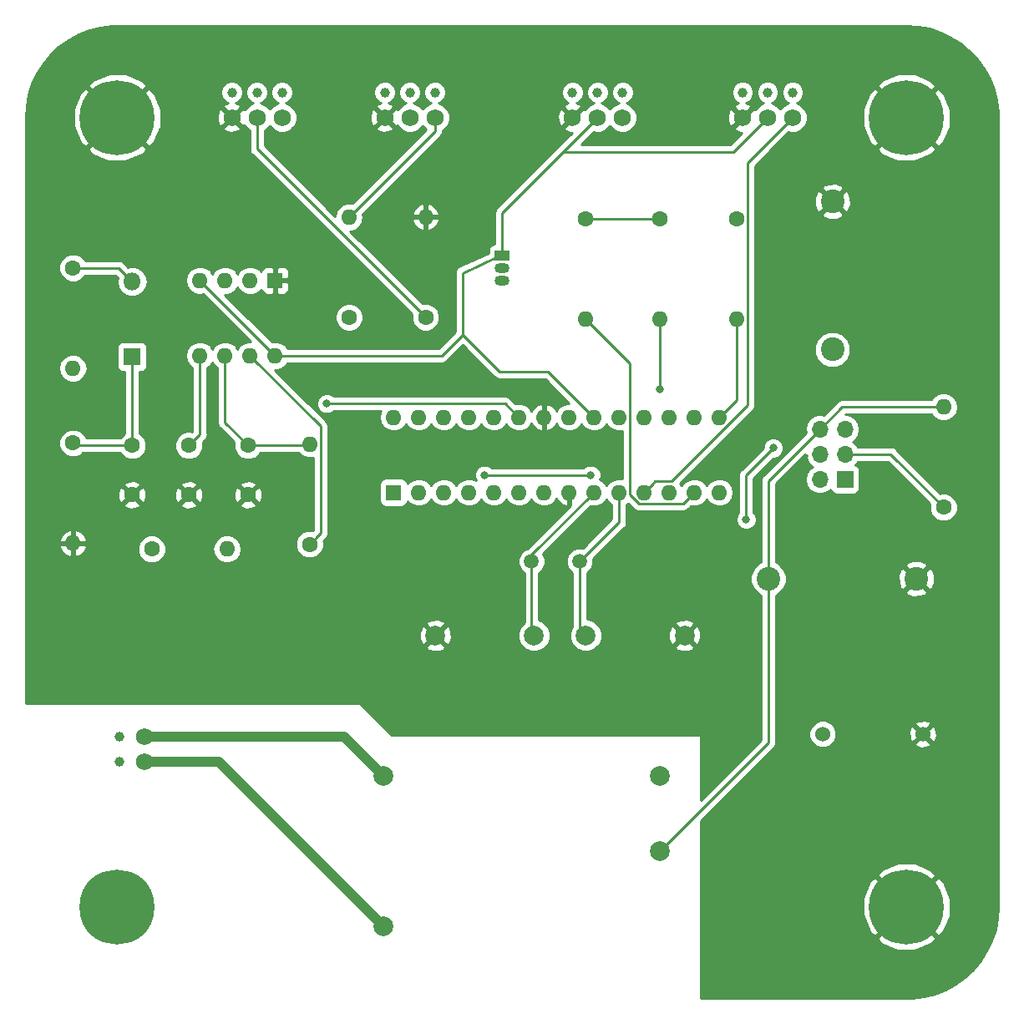
<source format=gtl>
G04 #@! TF.GenerationSoftware,KiCad,Pcbnew,5.0.2-5.0.2*
G04 #@! TF.CreationDate,2019-08-16T20:36:11+01:00*
G04 #@! TF.ProjectId,MaquinaSafetyLevel,4d617175-696e-4615-9361-666574794c65,rev?*
G04 #@! TF.SameCoordinates,Original*
G04 #@! TF.FileFunction,Copper,L1,Top*
G04 #@! TF.FilePolarity,Positive*
%FSLAX46Y46*%
G04 Gerber Fmt 4.6, Leading zero omitted, Abs format (unit mm)*
G04 Created by KiCad (PCBNEW 5.0.2-5.0.2) date Fri 16 Aug 2019 20:36:11 BST*
%MOMM*%
%LPD*%
G01*
G04 APERTURE LIST*
G04 #@! TA.AperFunction,ComponentPad*
%ADD10C,2.000000*%
G04 #@! TD*
G04 #@! TA.AperFunction,ComponentPad*
%ADD11C,1.600000*%
G04 #@! TD*
G04 #@! TA.AperFunction,ComponentPad*
%ADD12C,2.400000*%
G04 #@! TD*
G04 #@! TA.AperFunction,ComponentPad*
%ADD13R,1.800000X1.800000*%
G04 #@! TD*
G04 #@! TA.AperFunction,ComponentPad*
%ADD14O,1.800000X1.800000*%
G04 #@! TD*
G04 #@! TA.AperFunction,ComponentPad*
%ADD15R,1.700000X1.700000*%
G04 #@! TD*
G04 #@! TA.AperFunction,ComponentPad*
%ADD16O,1.700000X1.700000*%
G04 #@! TD*
G04 #@! TA.AperFunction,ComponentPad*
%ADD17O,1.600000X1.600000*%
G04 #@! TD*
G04 #@! TA.AperFunction,ComponentPad*
%ADD18R,1.600000X1.600000*%
G04 #@! TD*
G04 #@! TA.AperFunction,ComponentPad*
%ADD19C,1.500000*%
G04 #@! TD*
G04 #@! TA.AperFunction,ComponentPad*
%ADD20C,1.750000*%
G04 #@! TD*
G04 #@! TA.AperFunction,ComponentPad*
%ADD21C,1.000000*%
G04 #@! TD*
G04 #@! TA.AperFunction,ComponentPad*
%ADD22C,1.524000*%
G04 #@! TD*
G04 #@! TA.AperFunction,ComponentPad*
%ADD23O,1.500000X1.050000*%
G04 #@! TD*
G04 #@! TA.AperFunction,ComponentPad*
%ADD24R,1.500000X1.050000*%
G04 #@! TD*
G04 #@! TA.AperFunction,ComponentPad*
%ADD25C,7.600000*%
G04 #@! TD*
G04 #@! TA.AperFunction,ViaPad*
%ADD26C,0.800000*%
G04 #@! TD*
G04 #@! TA.AperFunction,Conductor*
%ADD27C,0.250000*%
G04 #@! TD*
G04 #@! TA.AperFunction,Conductor*
%ADD28C,1.000000*%
G04 #@! TD*
G04 #@! TA.AperFunction,Conductor*
%ADD29C,0.254000*%
G04 #@! TD*
G04 APERTURE END LIST*
D10*
G04 #@! TO.P,U3,1*
G04 #@! TO.N,Net-(J6-Pad2)*
X82250000Y-125250000D03*
G04 #@! TO.P,U3,2*
G04 #@! TO.N,Net-(J6-Pad1)*
X82250000Y-110010000D03*
G04 #@! TO.P,U3,3*
G04 #@! TO.N,GND*
X110250000Y-110010000D03*
G04 #@! TO.P,U3,4*
G04 #@! TO.N,VCC*
X110250000Y-117630000D03*
G04 #@! TD*
D11*
G04 #@! TO.P,C1,1*
G04 #@! TO.N,Net-(C1-Pad1)*
X68500000Y-76500000D03*
G04 #@! TO.P,C1,2*
G04 #@! TO.N,GND*
X68500000Y-81500000D03*
G04 #@! TD*
G04 #@! TO.P,C2,2*
G04 #@! TO.N,GND*
X62500000Y-81500000D03*
G04 #@! TO.P,C2,1*
G04 #@! TO.N,Net-(C2-Pad1)*
X62500000Y-76500000D03*
G04 #@! TD*
G04 #@! TO.P,C3,1*
G04 #@! TO.N,Net-(C3-Pad1)*
X56750000Y-76500000D03*
G04 #@! TO.P,C3,2*
G04 #@! TO.N,GND*
X56750000Y-81500000D03*
G04 #@! TD*
D10*
G04 #@! TO.P,C4,1*
G04 #@! TO.N,GND*
X112750000Y-95750000D03*
G04 #@! TO.P,C4,2*
G04 #@! TO.N,Net-(C4-Pad2)*
X102750000Y-95750000D03*
G04 #@! TD*
G04 #@! TO.P,C5,2*
G04 #@! TO.N,Net-(C5-Pad2)*
X97500000Y-95750000D03*
G04 #@! TO.P,C5,1*
G04 #@! TO.N,GND*
X87500000Y-95750000D03*
G04 #@! TD*
D12*
G04 #@! TO.P,C6,1*
G04 #@! TO.N,Net-(C6-Pad1)*
X127750000Y-66750000D03*
G04 #@! TO.P,C6,2*
G04 #@! TO.N,GND*
X127750000Y-51750000D03*
G04 #@! TD*
G04 #@! TO.P,C7,2*
G04 #@! TO.N,GND*
X136250000Y-90000000D03*
G04 #@! TO.P,C7,1*
G04 #@! TO.N,VCC*
X121250000Y-90000000D03*
G04 #@! TD*
D13*
G04 #@! TO.P,D1,1*
G04 #@! TO.N,Net-(C3-Pad1)*
X56750000Y-67500000D03*
D14*
G04 #@! TO.P,D1,2*
G04 #@! TO.N,Net-(D1-Pad2)*
X56750000Y-59880000D03*
G04 #@! TD*
D15*
G04 #@! TO.P,J1,1*
G04 #@! TO.N,MISO*
X129006598Y-79926800D03*
D16*
G04 #@! TO.P,J1,2*
G04 #@! TO.N,SCK*
X126466598Y-79926800D03*
G04 #@! TO.P,J1,3*
G04 #@! TO.N,RESET*
X129006598Y-77386800D03*
G04 #@! TO.P,J1,4*
G04 #@! TO.N,GND*
X126466598Y-77386800D03*
G04 #@! TO.P,J1,5*
G04 #@! TO.N,MOSI*
X129006598Y-74846800D03*
G04 #@! TO.P,J1,6*
G04 #@! TO.N,VCC*
X126466598Y-74846800D03*
G04 #@! TD*
D11*
G04 #@! TO.P,R1,1*
G04 #@! TO.N,VCC*
X58750000Y-87000000D03*
D17*
G04 #@! TO.P,R1,2*
G04 #@! TO.N,Net-(R1-Pad2)*
X66370000Y-87000000D03*
G04 #@! TD*
G04 #@! TO.P,R2,2*
G04 #@! TO.N,Net-(C1-Pad1)*
X74750000Y-76340000D03*
D11*
G04 #@! TO.P,R2,1*
G04 #@! TO.N,Net-(R1-Pad2)*
X74750000Y-86500000D03*
G04 #@! TD*
G04 #@! TO.P,R3,1*
G04 #@! TO.N,Net-(D1-Pad2)*
X50750000Y-58500000D03*
D17*
G04 #@! TO.P,R3,2*
G04 #@! TO.N,Net-(R3-Pad2)*
X50750000Y-68660000D03*
G04 #@! TD*
D11*
G04 #@! TO.P,R4,1*
G04 #@! TO.N,Net-(C3-Pad1)*
X50750000Y-76250000D03*
D17*
G04 #@! TO.P,R4,2*
G04 #@! TO.N,GND*
X50750000Y-86410000D03*
G04 #@! TD*
G04 #@! TO.P,R5,2*
G04 #@! TO.N,PWR_LED*
X118000000Y-63660000D03*
D11*
G04 #@! TO.P,R5,1*
G04 #@! TO.N,Net-(J3-Pad2)*
X118000000Y-53500000D03*
G04 #@! TD*
G04 #@! TO.P,R6,1*
G04 #@! TO.N,Net-(R6-Pad1)*
X78750000Y-63500000D03*
D17*
G04 #@! TO.P,R6,2*
G04 #@! TO.N,Net-(J3-Pad1)*
X78750000Y-53340000D03*
G04 #@! TD*
G04 #@! TO.P,R7,2*
G04 #@! TO.N,Net-(R7-Pad2)*
X102750000Y-63660000D03*
D11*
G04 #@! TO.P,R7,1*
G04 #@! TO.N,Net-(Q1-Pad2)*
X102750000Y-53500000D03*
G04 #@! TD*
G04 #@! TO.P,R8,1*
G04 #@! TO.N,Net-(Q1-Pad2)*
X110250000Y-53500000D03*
D17*
G04 #@! TO.P,R8,2*
G04 #@! TO.N,VCC*
X110250000Y-63660000D03*
G04 #@! TD*
G04 #@! TO.P,R9,2*
G04 #@! TO.N,GND*
X86500000Y-53340000D03*
D11*
G04 #@! TO.P,R9,1*
G04 #@! TO.N,Net-(J2-Pad2)*
X86500000Y-63500000D03*
G04 #@! TD*
D18*
G04 #@! TO.P,U1,1*
G04 #@! TO.N,GND*
X71250000Y-59750000D03*
D17*
G04 #@! TO.P,U1,5*
G04 #@! TO.N,Net-(C2-Pad1)*
X63630000Y-67370000D03*
G04 #@! TO.P,U1,2*
G04 #@! TO.N,Net-(C1-Pad1)*
X68710000Y-59750000D03*
G04 #@! TO.P,U1,6*
X66170000Y-67370000D03*
G04 #@! TO.P,U1,3*
G04 #@! TO.N,Net-(R3-Pad2)*
X66170000Y-59750000D03*
G04 #@! TO.P,U1,7*
G04 #@! TO.N,Net-(R1-Pad2)*
X68710000Y-67370000D03*
G04 #@! TO.P,U1,4*
G04 #@! TO.N,VCC*
X63630000Y-59750000D03*
G04 #@! TO.P,U1,8*
X71250000Y-67370000D03*
G04 #@! TD*
D18*
G04 #@! TO.P,U2,1*
G04 #@! TO.N,RESET*
X83250000Y-81250000D03*
D17*
G04 #@! TO.P,U2,15*
G04 #@! TO.N,PWR_LED*
X116270000Y-73630000D03*
G04 #@! TO.P,U2,2*
G04 #@! TO.N,N/C*
X85790000Y-81250000D03*
G04 #@! TO.P,U2,16*
X113730000Y-73630000D03*
G04 #@! TO.P,U2,3*
X88330000Y-81250000D03*
G04 #@! TO.P,U2,17*
G04 #@! TO.N,MOSI*
X111190000Y-73630000D03*
G04 #@! TO.P,U2,4*
G04 #@! TO.N,N/C*
X90870000Y-81250000D03*
G04 #@! TO.P,U2,18*
G04 #@! TO.N,MISO*
X108650000Y-73630000D03*
G04 #@! TO.P,U2,5*
G04 #@! TO.N,BZR*
X93410000Y-81250000D03*
G04 #@! TO.P,U2,19*
G04 #@! TO.N,SCK*
X106110000Y-73630000D03*
G04 #@! TO.P,U2,6*
G04 #@! TO.N,PD4*
X95950000Y-81250000D03*
G04 #@! TO.P,U2,20*
G04 #@! TO.N,VCC*
X103570000Y-73630000D03*
G04 #@! TO.P,U2,7*
X98490000Y-81250000D03*
G04 #@! TO.P,U2,21*
G04 #@! TO.N,Net-(C6-Pad1)*
X101030000Y-73630000D03*
G04 #@! TO.P,U2,8*
G04 #@! TO.N,GND*
X101030000Y-81250000D03*
G04 #@! TO.P,U2,22*
X98490000Y-73630000D03*
G04 #@! TO.P,U2,9*
G04 #@! TO.N,Net-(C5-Pad2)*
X103570000Y-81250000D03*
G04 #@! TO.P,U2,23*
G04 #@! TO.N,Net-(C3-Pad1)*
X95950000Y-73630000D03*
G04 #@! TO.P,U2,10*
G04 #@! TO.N,Net-(C4-Pad2)*
X106110000Y-81250000D03*
G04 #@! TO.P,U2,24*
G04 #@! TO.N,N/C*
X93410000Y-73630000D03*
G04 #@! TO.P,U2,11*
G04 #@! TO.N,PD5*
X108650000Y-81250000D03*
G04 #@! TO.P,U2,25*
G04 #@! TO.N,N/C*
X90870000Y-73630000D03*
G04 #@! TO.P,U2,12*
G04 #@! TO.N,Net-(R6-Pad1)*
X111190000Y-81250000D03*
G04 #@! TO.P,U2,26*
G04 #@! TO.N,N/C*
X88330000Y-73630000D03*
G04 #@! TO.P,U2,13*
G04 #@! TO.N,Net-(R7-Pad2)*
X113730000Y-81250000D03*
G04 #@! TO.P,U2,27*
G04 #@! TO.N,N/C*
X85790000Y-73630000D03*
G04 #@! TO.P,U2,14*
X116270000Y-81250000D03*
G04 #@! TO.P,U2,28*
X83250000Y-73630000D03*
G04 #@! TD*
D19*
G04 #@! TO.P,Y1,1*
G04 #@! TO.N,Net-(C5-Pad2)*
X97250000Y-88250000D03*
G04 #@! TO.P,Y1,2*
G04 #@! TO.N,Net-(C4-Pad2)*
X102130000Y-88250000D03*
G04 #@! TD*
D20*
G04 #@! TO.P,J3,3*
G04 #@! TO.N,GND*
X82380000Y-43250000D03*
D21*
G04 #@! TO.P,J3,*
G04 #@! TO.N,*
X82380000Y-40710000D03*
X84920000Y-40710000D03*
X87460000Y-40710000D03*
D20*
G04 #@! TO.P,J3,2*
G04 #@! TO.N,Net-(J3-Pad2)*
X84920000Y-43250000D03*
G04 #@! TO.P,J3,1*
G04 #@! TO.N,Net-(J3-Pad1)*
X87460000Y-43250000D03*
G04 #@! TD*
D22*
G04 #@! TO.P,BZ1,1*
G04 #@! TO.N,BZR*
X126750000Y-105750000D03*
G04 #@! TO.P,BZ1,2*
G04 #@! TO.N,GND*
X136910000Y-105750000D03*
G04 #@! TD*
D20*
G04 #@! TO.P,J4,1*
G04 #@! TO.N,PD4*
X106460000Y-43250000D03*
G04 #@! TO.P,J4,2*
G04 #@! TO.N,VCC*
X103920000Y-43250000D03*
D21*
G04 #@! TO.P,J4,*
G04 #@! TO.N,*
X106460000Y-40710000D03*
X103920000Y-40710000D03*
X101380000Y-40710000D03*
D20*
G04 #@! TO.P,J4,3*
G04 #@! TO.N,GND*
X101380000Y-43250000D03*
G04 #@! TD*
G04 #@! TO.P,J5,3*
G04 #@! TO.N,GND*
X118630000Y-43250000D03*
D21*
G04 #@! TO.P,J5,*
G04 #@! TO.N,*
X118630000Y-40710000D03*
X121170000Y-40710000D03*
X123710000Y-40710000D03*
D20*
G04 #@! TO.P,J5,2*
G04 #@! TO.N,VCC*
X121170000Y-43250000D03*
G04 #@! TO.P,J5,1*
G04 #@! TO.N,PD5*
X123710000Y-43250000D03*
G04 #@! TD*
G04 #@! TO.P,J6,1*
G04 #@! TO.N,Net-(J6-Pad1)*
X58000000Y-106000000D03*
G04 #@! TO.P,J6,2*
G04 #@! TO.N,Net-(J6-Pad2)*
X58000000Y-108540000D03*
D21*
G04 #@! TO.P,J6,3*
G04 #@! TO.N,N/C*
X55460000Y-106000000D03*
G04 #@! TO.P,J6,4*
X55460000Y-108540000D03*
G04 #@! TD*
D20*
G04 #@! TO.P,J2,3*
G04 #@! TO.N,GND*
X66880000Y-43250000D03*
D21*
G04 #@! TO.P,J2,*
G04 #@! TO.N,*
X66880000Y-40710000D03*
X69420000Y-40710000D03*
X71960000Y-40710000D03*
D20*
G04 #@! TO.P,J2,2*
G04 #@! TO.N,Net-(J2-Pad2)*
X69420000Y-43250000D03*
G04 #@! TO.P,J2,1*
G04 #@! TO.N,Net-(D1-Pad2)*
X71960000Y-43250000D03*
G04 #@! TD*
D23*
G04 #@! TO.P,Q1,2*
G04 #@! TO.N,Net-(Q1-Pad2)*
X94250000Y-58520000D03*
G04 #@! TO.P,Q1,3*
G04 #@! TO.N,Net-(J2-Pad2)*
X94250000Y-59790000D03*
D24*
G04 #@! TO.P,Q1,1*
G04 #@! TO.N,VCC*
X94250000Y-57250000D03*
G04 #@! TD*
D11*
G04 #@! TO.P,R10,1*
G04 #@! TO.N,RESET*
X139000000Y-82750000D03*
D17*
G04 #@! TO.P,R10,2*
G04 #@! TO.N,VCC*
X139000000Y-72590000D03*
G04 #@! TD*
D25*
G04 #@! TO.P,H1,1*
G04 #@! TO.N,GND*
X55250000Y-43250000D03*
G04 #@! TD*
G04 #@! TO.P,H2,1*
G04 #@! TO.N,GND*
X135250000Y-43250000D03*
G04 #@! TD*
G04 #@! TO.P,H3,1*
G04 #@! TO.N,GND*
X55250000Y-123250000D03*
G04 #@! TD*
G04 #@! TO.P,H4,1*
G04 #@! TO.N,GND*
X135250000Y-123250000D03*
G04 #@! TD*
D26*
G04 #@! TO.N,GND*
X118750000Y-77000000D03*
X105250000Y-77250000D03*
G04 #@! TO.N,Net-(C3-Pad1)*
X76500000Y-72250000D03*
G04 #@! TO.N,VCC*
X110250000Y-70750000D03*
G04 #@! TO.N,Net-(R6-Pad1)*
X92500000Y-79500000D03*
X103250000Y-79500000D03*
G04 #@! TO.N,RESET*
X119000000Y-84000000D03*
X121750000Y-76750000D03*
G04 #@! TD*
D27*
G04 #@! TO.N,Net-(C1-Pad1)*
X66170000Y-74170000D02*
X68500000Y-76500000D01*
X66170000Y-67370000D02*
X66170000Y-74170000D01*
X74590000Y-76500000D02*
X74750000Y-76340000D01*
X68500000Y-76500000D02*
X74590000Y-76500000D01*
G04 #@! TO.N,GND*
X136910000Y-90660000D02*
X136250000Y-90000000D01*
G04 #@! TO.N,Net-(C2-Pad1)*
X63630000Y-75370000D02*
X63630000Y-67370000D01*
X62500000Y-76500000D02*
X63630000Y-75370000D01*
G04 #@! TO.N,Net-(C3-Pad1)*
X56750000Y-75368630D02*
X56750000Y-67500000D01*
X56750000Y-76500000D02*
X56750000Y-75368630D01*
X51000000Y-76500000D02*
X50750000Y-76250000D01*
X56750000Y-76500000D02*
X51000000Y-76500000D01*
X76500000Y-72250000D02*
X94570000Y-72250000D01*
X94570000Y-72250000D02*
X95950000Y-73630000D01*
G04 #@! TO.N,Net-(C4-Pad2)*
X106110000Y-84270000D02*
X102130000Y-88250000D01*
X106110000Y-81250000D02*
X106110000Y-84270000D01*
X102130000Y-95130000D02*
X102750000Y-95750000D01*
X102130000Y-88250000D02*
X102130000Y-95130000D01*
G04 #@! TO.N,Net-(C5-Pad2)*
X97250000Y-87570000D02*
X97250000Y-88250000D01*
X103570000Y-81250000D02*
X97250000Y-87570000D01*
X97250000Y-95500000D02*
X97500000Y-95750000D01*
X97250000Y-88250000D02*
X97250000Y-95500000D01*
G04 #@! TO.N,VCC*
X121250000Y-106630000D02*
X121250000Y-90000000D01*
X110250000Y-117630000D02*
X121250000Y-106630000D01*
X121250000Y-80063398D02*
X126466598Y-74846800D01*
X121250000Y-90000000D02*
X121250000Y-80063398D01*
X94250000Y-57250000D02*
X94250000Y-52920000D01*
X94250000Y-57250000D02*
X94025000Y-57250000D01*
X90250000Y-59000000D02*
X90250000Y-65250000D01*
X94025000Y-57250000D02*
X90250000Y-59000000D01*
X71250000Y-67370000D02*
X63630000Y-59750000D01*
X117670000Y-46750000D02*
X100420000Y-46750000D01*
X121170000Y-43250000D02*
X117670000Y-46750000D01*
X94250000Y-52920000D02*
X100420000Y-46750000D01*
X100420000Y-46750000D02*
X103920000Y-43250000D01*
X128723398Y-72590000D02*
X139000000Y-72590000D01*
X126466598Y-74846800D02*
X128723398Y-72590000D01*
X94250000Y-57250000D02*
X94750000Y-57250000D01*
X94000000Y-69000000D02*
X90250000Y-65250000D01*
X98940000Y-69000000D02*
X94000000Y-69000000D01*
X103570000Y-73630000D02*
X98940000Y-69000000D01*
X110250000Y-64791370D02*
X110250000Y-70750000D01*
X110250000Y-63660000D02*
X110250000Y-64791370D01*
X72381370Y-67370000D02*
X71250000Y-67370000D01*
X90250000Y-65250000D02*
X88130000Y-67370000D01*
X88130000Y-67370000D02*
X72381370Y-67370000D01*
G04 #@! TO.N,Net-(D1-Pad2)*
X55370000Y-58500000D02*
X56750000Y-59880000D01*
X50750000Y-58500000D02*
X55370000Y-58500000D01*
G04 #@! TO.N,Net-(J3-Pad1)*
X87460000Y-44630000D02*
X78750000Y-53340000D01*
X87460000Y-43250000D02*
X87460000Y-44630000D01*
G04 #@! TO.N,Net-(Q1-Pad2)*
X103881370Y-53500000D02*
X110250000Y-53500000D01*
X102750000Y-53500000D02*
X103881370Y-53500000D01*
G04 #@! TO.N,Net-(R1-Pad2)*
X75549999Y-85700001D02*
X74750000Y-86500000D01*
X75875001Y-74535001D02*
X75875001Y-85374999D01*
X75875001Y-85374999D02*
X75549999Y-85700001D01*
X68710000Y-67370000D02*
X75875001Y-74535001D01*
G04 #@! TO.N,Net-(R6-Pad1)*
X92500000Y-79500000D02*
X103250000Y-79500000D01*
X103250000Y-79500000D02*
X103250000Y-79500000D01*
G04 #@! TO.N,RESET*
X133636800Y-77386800D02*
X129006598Y-77386800D01*
X139000000Y-82750000D02*
X133636800Y-77386800D01*
X119000000Y-79500000D02*
X119000000Y-84000000D01*
X121750000Y-76750000D02*
X119000000Y-79500000D01*
G04 #@! TO.N,Net-(J2-Pad2)*
X69420000Y-46420000D02*
X86500000Y-63500000D01*
X69420000Y-43250000D02*
X69420000Y-46420000D01*
G04 #@! TO.N,PD5*
X111440003Y-80124999D02*
X109775001Y-80124999D01*
X119125001Y-72440001D02*
X111440003Y-80124999D01*
X119125001Y-47834999D02*
X119125001Y-72440001D01*
X109449999Y-80450001D02*
X108650000Y-81250000D01*
X109775001Y-80124999D02*
X109449999Y-80450001D01*
X123710000Y-43250000D02*
X119125001Y-47834999D01*
D28*
G04 #@! TO.N,Net-(J6-Pad1)*
X78240000Y-106000000D02*
X82250000Y-110010000D01*
X58000000Y-106000000D02*
X78240000Y-106000000D01*
G04 #@! TO.N,Net-(J6-Pad2)*
X65540000Y-108540000D02*
X82250000Y-125250000D01*
X58000000Y-108540000D02*
X65540000Y-108540000D01*
D27*
G04 #@! TO.N,PWR_LED*
X118000000Y-71900000D02*
X116270000Y-73630000D01*
X118000000Y-63660000D02*
X118000000Y-71900000D01*
G04 #@! TO.N,Net-(R7-Pad2)*
X112930001Y-82049999D02*
X113730000Y-81250000D01*
X112604999Y-82375001D02*
X112930001Y-82049999D01*
X108109999Y-82375001D02*
X112604999Y-82375001D01*
X107235001Y-68145001D02*
X107235001Y-81500003D01*
X107235001Y-81500003D02*
X108109999Y-82375001D01*
X102750000Y-63660000D02*
X107235001Y-68145001D01*
G04 #@! TD*
D29*
G04 #@! TO.N,GND*
G36*
X136414170Y-34034647D02*
X137559981Y-34253222D01*
X138669362Y-34613682D01*
X139724813Y-35110339D01*
X140709703Y-35735370D01*
X141608480Y-36478903D01*
X142406987Y-37329228D01*
X143092621Y-38272922D01*
X143654575Y-39295110D01*
X144083979Y-40379662D01*
X144374071Y-41509494D01*
X144521669Y-42677864D01*
X144540001Y-43261197D01*
X144540000Y-123227687D01*
X144465353Y-124414169D01*
X144246778Y-125559981D01*
X143886318Y-126669362D01*
X143389661Y-127724813D01*
X142764630Y-128709703D01*
X142021096Y-129608480D01*
X141170773Y-130406987D01*
X140227078Y-131092621D01*
X139204888Y-131654576D01*
X138120338Y-132083979D01*
X136990505Y-132374071D01*
X135822146Y-132521668D01*
X135238835Y-132540000D01*
X114377000Y-132540000D01*
X114377000Y-126423699D01*
X132255906Y-126423699D01*
X132695895Y-126981489D01*
X134318293Y-127674859D01*
X136082536Y-127694585D01*
X137720031Y-127037664D01*
X137804105Y-126981489D01*
X138244094Y-126423699D01*
X135250000Y-123429605D01*
X132255906Y-126423699D01*
X114377000Y-126423699D01*
X114377000Y-124082536D01*
X130805415Y-124082536D01*
X131462336Y-125720031D01*
X131518511Y-125804105D01*
X132076301Y-126244094D01*
X135070395Y-123250000D01*
X135429605Y-123250000D01*
X138423699Y-126244094D01*
X138981489Y-125804105D01*
X139674859Y-124181707D01*
X139694585Y-122417464D01*
X139037664Y-120779969D01*
X138981489Y-120695895D01*
X138423699Y-120255906D01*
X135429605Y-123250000D01*
X135070395Y-123250000D01*
X132076301Y-120255906D01*
X131518511Y-120695895D01*
X130825141Y-122318293D01*
X130805415Y-124082536D01*
X114377000Y-124082536D01*
X114377000Y-120076301D01*
X132255906Y-120076301D01*
X135250000Y-123070395D01*
X138244094Y-120076301D01*
X137804105Y-119518511D01*
X136181707Y-118825141D01*
X134417464Y-118805415D01*
X132779969Y-119462336D01*
X132695895Y-119518511D01*
X132255906Y-120076301D01*
X114377000Y-120076301D01*
X114377000Y-114577801D01*
X121734473Y-107220329D01*
X121797929Y-107177929D01*
X121965904Y-106926537D01*
X122010000Y-106704852D01*
X122010000Y-106704848D01*
X122024888Y-106630001D01*
X122010000Y-106555154D01*
X122010000Y-105472119D01*
X125353000Y-105472119D01*
X125353000Y-106027881D01*
X125565680Y-106541337D01*
X125958663Y-106934320D01*
X126472119Y-107147000D01*
X127027881Y-107147000D01*
X127541337Y-106934320D01*
X127745444Y-106730213D01*
X136109392Y-106730213D01*
X136178857Y-106972397D01*
X136702302Y-107159144D01*
X137257368Y-107131362D01*
X137641143Y-106972397D01*
X137710608Y-106730213D01*
X136910000Y-105929605D01*
X136109392Y-106730213D01*
X127745444Y-106730213D01*
X127934320Y-106541337D01*
X128147000Y-106027881D01*
X128147000Y-105542302D01*
X135500856Y-105542302D01*
X135528638Y-106097368D01*
X135687603Y-106481143D01*
X135929787Y-106550608D01*
X136730395Y-105750000D01*
X137089605Y-105750000D01*
X137890213Y-106550608D01*
X138132397Y-106481143D01*
X138319144Y-105957698D01*
X138291362Y-105402632D01*
X138132397Y-105018857D01*
X137890213Y-104949392D01*
X137089605Y-105750000D01*
X136730395Y-105750000D01*
X135929787Y-104949392D01*
X135687603Y-105018857D01*
X135500856Y-105542302D01*
X128147000Y-105542302D01*
X128147000Y-105472119D01*
X127934320Y-104958663D01*
X127745444Y-104769787D01*
X136109392Y-104769787D01*
X136910000Y-105570395D01*
X137710608Y-104769787D01*
X137641143Y-104527603D01*
X137117698Y-104340856D01*
X136562632Y-104368638D01*
X136178857Y-104527603D01*
X136109392Y-104769787D01*
X127745444Y-104769787D01*
X127541337Y-104565680D01*
X127027881Y-104353000D01*
X126472119Y-104353000D01*
X125958663Y-104565680D01*
X125565680Y-104958663D01*
X125353000Y-105472119D01*
X122010000Y-105472119D01*
X122010000Y-91671387D01*
X122289444Y-91555638D01*
X122547907Y-91297175D01*
X135132430Y-91297175D01*
X135255565Y-91584788D01*
X135937734Y-91844707D01*
X136667443Y-91823786D01*
X137244435Y-91584788D01*
X137367570Y-91297175D01*
X136250000Y-90179605D01*
X135132430Y-91297175D01*
X122547907Y-91297175D01*
X122805638Y-91039444D01*
X123085000Y-90365004D01*
X123085000Y-89687734D01*
X134405293Y-89687734D01*
X134426214Y-90417443D01*
X134665212Y-90994435D01*
X134952825Y-91117570D01*
X136070395Y-90000000D01*
X136429605Y-90000000D01*
X137547175Y-91117570D01*
X137834788Y-90994435D01*
X138094707Y-90312266D01*
X138073786Y-89582557D01*
X137834788Y-89005565D01*
X137547175Y-88882430D01*
X136429605Y-90000000D01*
X136070395Y-90000000D01*
X134952825Y-88882430D01*
X134665212Y-89005565D01*
X134405293Y-89687734D01*
X123085000Y-89687734D01*
X123085000Y-89634996D01*
X122805638Y-88960556D01*
X122547907Y-88702825D01*
X135132430Y-88702825D01*
X136250000Y-89820395D01*
X137367570Y-88702825D01*
X137244435Y-88415212D01*
X136562266Y-88155293D01*
X135832557Y-88176214D01*
X135255565Y-88415212D01*
X135132430Y-88702825D01*
X122547907Y-88702825D01*
X122289444Y-88444362D01*
X122010000Y-88328613D01*
X122010000Y-80378199D01*
X124981598Y-77406601D01*
X124981598Y-77513802D01*
X125146442Y-77513802D01*
X125025122Y-77743690D01*
X125194953Y-78153724D01*
X125585240Y-78581983D01*
X125715076Y-78642957D01*
X125395973Y-78856175D01*
X125067759Y-79347382D01*
X124952506Y-79926800D01*
X125067759Y-80506218D01*
X125395973Y-80997425D01*
X125887180Y-81325639D01*
X126320342Y-81411800D01*
X126612854Y-81411800D01*
X127046016Y-81325639D01*
X127537223Y-80997425D01*
X127549414Y-80979181D01*
X127558441Y-81024565D01*
X127698789Y-81234609D01*
X127908833Y-81374957D01*
X128156598Y-81424240D01*
X129856598Y-81424240D01*
X130104363Y-81374957D01*
X130314407Y-81234609D01*
X130454755Y-81024565D01*
X130504038Y-80776800D01*
X130504038Y-79076800D01*
X130454755Y-78829035D01*
X130314407Y-78618991D01*
X130104363Y-78478643D01*
X130058979Y-78469616D01*
X130077223Y-78457425D01*
X130284776Y-78146800D01*
X133321999Y-78146800D01*
X137586896Y-82411698D01*
X137565000Y-82464561D01*
X137565000Y-83035439D01*
X137783466Y-83562862D01*
X138187138Y-83966534D01*
X138714561Y-84185000D01*
X139285439Y-84185000D01*
X139812862Y-83966534D01*
X140216534Y-83562862D01*
X140435000Y-83035439D01*
X140435000Y-82464561D01*
X140216534Y-81937138D01*
X139812862Y-81533466D01*
X139285439Y-81315000D01*
X138714561Y-81315000D01*
X138661698Y-81336896D01*
X134227131Y-76902330D01*
X134184729Y-76838871D01*
X133933337Y-76670896D01*
X133711652Y-76626800D01*
X133711647Y-76626800D01*
X133636800Y-76611912D01*
X133561953Y-76626800D01*
X130284776Y-76626800D01*
X130077223Y-76316175D01*
X129778837Y-76116800D01*
X130077223Y-75917425D01*
X130405437Y-75426218D01*
X130520690Y-74846800D01*
X130405437Y-74267382D01*
X130077223Y-73776175D01*
X129586016Y-73447961D01*
X129152854Y-73361800D01*
X129026400Y-73361800D01*
X129038200Y-73350000D01*
X137781957Y-73350000D01*
X137965423Y-73624577D01*
X138440091Y-73941740D01*
X138858667Y-74025000D01*
X139141333Y-74025000D01*
X139559909Y-73941740D01*
X140034577Y-73624577D01*
X140351740Y-73149909D01*
X140463113Y-72590000D01*
X140351740Y-72030091D01*
X140034577Y-71555423D01*
X139559909Y-71238260D01*
X139141333Y-71155000D01*
X138858667Y-71155000D01*
X138440091Y-71238260D01*
X137965423Y-71555423D01*
X137781957Y-71830000D01*
X128798244Y-71830000D01*
X128723397Y-71815112D01*
X128648550Y-71830000D01*
X128648546Y-71830000D01*
X128426861Y-71874096D01*
X128175469Y-72042071D01*
X128133069Y-72105527D01*
X126833006Y-73405591D01*
X126612854Y-73361800D01*
X126320342Y-73361800D01*
X125887180Y-73447961D01*
X125395973Y-73776175D01*
X125067759Y-74267382D01*
X124952506Y-74846800D01*
X125025389Y-75213207D01*
X120765528Y-79473069D01*
X120702072Y-79515469D01*
X120659672Y-79578925D01*
X120659671Y-79578926D01*
X120534097Y-79766861D01*
X120475112Y-80063398D01*
X120490001Y-80138250D01*
X120490000Y-88328613D01*
X120210556Y-88444362D01*
X119694362Y-88960556D01*
X119415000Y-89634996D01*
X119415000Y-90365004D01*
X119694362Y-91039444D01*
X120210556Y-91555638D01*
X120490001Y-91671388D01*
X120490000Y-106315198D01*
X114377000Y-112428199D01*
X114377000Y-106000000D01*
X114367333Y-105951399D01*
X114339803Y-105910197D01*
X114298601Y-105882667D01*
X114250000Y-105873000D01*
X83052606Y-105873000D01*
X79839803Y-102660197D01*
X79798601Y-102632667D01*
X79750000Y-102623000D01*
X45960000Y-102623000D01*
X45960000Y-96902532D01*
X86527073Y-96902532D01*
X86625736Y-97169387D01*
X87235461Y-97395908D01*
X87885460Y-97371856D01*
X88374264Y-97169387D01*
X88472927Y-96902532D01*
X87500000Y-95929605D01*
X86527073Y-96902532D01*
X45960000Y-96902532D01*
X45960000Y-95485461D01*
X85854092Y-95485461D01*
X85878144Y-96135460D01*
X86080613Y-96624264D01*
X86347468Y-96722927D01*
X87320395Y-95750000D01*
X87679605Y-95750000D01*
X88652532Y-96722927D01*
X88919387Y-96624264D01*
X89145908Y-96014539D01*
X89121856Y-95364540D01*
X88919387Y-94875736D01*
X88652532Y-94777073D01*
X87679605Y-95750000D01*
X87320395Y-95750000D01*
X86347468Y-94777073D01*
X86080613Y-94875736D01*
X85854092Y-95485461D01*
X45960000Y-95485461D01*
X45960000Y-94597468D01*
X86527073Y-94597468D01*
X87500000Y-95570395D01*
X88472927Y-94597468D01*
X88374264Y-94330613D01*
X87764539Y-94104092D01*
X87114540Y-94128144D01*
X86625736Y-94330613D01*
X86527073Y-94597468D01*
X45960000Y-94597468D01*
X45960000Y-86759041D01*
X49358086Y-86759041D01*
X49597611Y-87265134D01*
X50012577Y-87641041D01*
X50400961Y-87801904D01*
X50623000Y-87679915D01*
X50623000Y-86537000D01*
X50877000Y-86537000D01*
X50877000Y-87679915D01*
X51099039Y-87801904D01*
X51487423Y-87641041D01*
X51902389Y-87265134D01*
X52141914Y-86759041D01*
X52117618Y-86714561D01*
X57315000Y-86714561D01*
X57315000Y-87285439D01*
X57533466Y-87812862D01*
X57937138Y-88216534D01*
X58464561Y-88435000D01*
X59035439Y-88435000D01*
X59562862Y-88216534D01*
X59966534Y-87812862D01*
X60185000Y-87285439D01*
X60185000Y-87000000D01*
X64906887Y-87000000D01*
X65018260Y-87559909D01*
X65335423Y-88034577D01*
X65810091Y-88351740D01*
X66228667Y-88435000D01*
X66511333Y-88435000D01*
X66929909Y-88351740D01*
X67404577Y-88034577D01*
X67721740Y-87559909D01*
X67833113Y-87000000D01*
X67721740Y-86440091D01*
X67404577Y-85965423D01*
X66929909Y-85648260D01*
X66511333Y-85565000D01*
X66228667Y-85565000D01*
X65810091Y-85648260D01*
X65335423Y-85965423D01*
X65018260Y-86440091D01*
X64906887Y-87000000D01*
X60185000Y-87000000D01*
X60185000Y-86714561D01*
X59966534Y-86187138D01*
X59562862Y-85783466D01*
X59035439Y-85565000D01*
X58464561Y-85565000D01*
X57937138Y-85783466D01*
X57533466Y-86187138D01*
X57315000Y-86714561D01*
X52117618Y-86714561D01*
X52020629Y-86537000D01*
X50877000Y-86537000D01*
X50623000Y-86537000D01*
X49479371Y-86537000D01*
X49358086Y-86759041D01*
X45960000Y-86759041D01*
X45960000Y-86060959D01*
X49358086Y-86060959D01*
X49479371Y-86283000D01*
X50623000Y-86283000D01*
X50623000Y-85140085D01*
X50877000Y-85140085D01*
X50877000Y-86283000D01*
X52020629Y-86283000D01*
X52141914Y-86060959D01*
X51902389Y-85554866D01*
X51487423Y-85178959D01*
X51099039Y-85018096D01*
X50877000Y-85140085D01*
X50623000Y-85140085D01*
X50400961Y-85018096D01*
X50012577Y-85178959D01*
X49597611Y-85554866D01*
X49358086Y-86060959D01*
X45960000Y-86060959D01*
X45960000Y-82507745D01*
X55921861Y-82507745D01*
X55995995Y-82753864D01*
X56533223Y-82946965D01*
X57103454Y-82919778D01*
X57504005Y-82753864D01*
X57578139Y-82507745D01*
X61671861Y-82507745D01*
X61745995Y-82753864D01*
X62283223Y-82946965D01*
X62853454Y-82919778D01*
X63254005Y-82753864D01*
X63328139Y-82507745D01*
X67671861Y-82507745D01*
X67745995Y-82753864D01*
X68283223Y-82946965D01*
X68853454Y-82919778D01*
X69254005Y-82753864D01*
X69328139Y-82507745D01*
X68500000Y-81679605D01*
X67671861Y-82507745D01*
X63328139Y-82507745D01*
X62500000Y-81679605D01*
X61671861Y-82507745D01*
X57578139Y-82507745D01*
X56750000Y-81679605D01*
X55921861Y-82507745D01*
X45960000Y-82507745D01*
X45960000Y-81283223D01*
X55303035Y-81283223D01*
X55330222Y-81853454D01*
X55496136Y-82254005D01*
X55742255Y-82328139D01*
X56570395Y-81500000D01*
X56929605Y-81500000D01*
X57757745Y-82328139D01*
X58003864Y-82254005D01*
X58196965Y-81716777D01*
X58176295Y-81283223D01*
X61053035Y-81283223D01*
X61080222Y-81853454D01*
X61246136Y-82254005D01*
X61492255Y-82328139D01*
X62320395Y-81500000D01*
X62679605Y-81500000D01*
X63507745Y-82328139D01*
X63753864Y-82254005D01*
X63946965Y-81716777D01*
X63926295Y-81283223D01*
X67053035Y-81283223D01*
X67080222Y-81853454D01*
X67246136Y-82254005D01*
X67492255Y-82328139D01*
X68320395Y-81500000D01*
X68679605Y-81500000D01*
X69507745Y-82328139D01*
X69753864Y-82254005D01*
X69946965Y-81716777D01*
X69919778Y-81146546D01*
X69753864Y-80745995D01*
X69507745Y-80671861D01*
X68679605Y-81500000D01*
X68320395Y-81500000D01*
X67492255Y-80671861D01*
X67246136Y-80745995D01*
X67053035Y-81283223D01*
X63926295Y-81283223D01*
X63919778Y-81146546D01*
X63753864Y-80745995D01*
X63507745Y-80671861D01*
X62679605Y-81500000D01*
X62320395Y-81500000D01*
X61492255Y-80671861D01*
X61246136Y-80745995D01*
X61053035Y-81283223D01*
X58176295Y-81283223D01*
X58169778Y-81146546D01*
X58003864Y-80745995D01*
X57757745Y-80671861D01*
X56929605Y-81500000D01*
X56570395Y-81500000D01*
X55742255Y-80671861D01*
X55496136Y-80745995D01*
X55303035Y-81283223D01*
X45960000Y-81283223D01*
X45960000Y-80492255D01*
X55921861Y-80492255D01*
X56750000Y-81320395D01*
X57578139Y-80492255D01*
X61671861Y-80492255D01*
X62500000Y-81320395D01*
X63328139Y-80492255D01*
X67671861Y-80492255D01*
X68500000Y-81320395D01*
X69328139Y-80492255D01*
X69254005Y-80246136D01*
X68716777Y-80053035D01*
X68146546Y-80080222D01*
X67745995Y-80246136D01*
X67671861Y-80492255D01*
X63328139Y-80492255D01*
X63254005Y-80246136D01*
X62716777Y-80053035D01*
X62146546Y-80080222D01*
X61745995Y-80246136D01*
X61671861Y-80492255D01*
X57578139Y-80492255D01*
X57504005Y-80246136D01*
X56966777Y-80053035D01*
X56396546Y-80080222D01*
X55995995Y-80246136D01*
X55921861Y-80492255D01*
X45960000Y-80492255D01*
X45960000Y-75964561D01*
X49315000Y-75964561D01*
X49315000Y-76535439D01*
X49533466Y-77062862D01*
X49937138Y-77466534D01*
X50464561Y-77685000D01*
X51035439Y-77685000D01*
X51562862Y-77466534D01*
X51769396Y-77260000D01*
X55511570Y-77260000D01*
X55533466Y-77312862D01*
X55937138Y-77716534D01*
X56464561Y-77935000D01*
X57035439Y-77935000D01*
X57562862Y-77716534D01*
X57966534Y-77312862D01*
X58185000Y-76785439D01*
X58185000Y-76214561D01*
X61065000Y-76214561D01*
X61065000Y-76785439D01*
X61283466Y-77312862D01*
X61687138Y-77716534D01*
X62214561Y-77935000D01*
X62785439Y-77935000D01*
X63312862Y-77716534D01*
X63716534Y-77312862D01*
X63935000Y-76785439D01*
X63935000Y-76214561D01*
X63913104Y-76161699D01*
X64114476Y-75960327D01*
X64177929Y-75917929D01*
X64220327Y-75854476D01*
X64220329Y-75854474D01*
X64345903Y-75666538D01*
X64345904Y-75666537D01*
X64390000Y-75444852D01*
X64390000Y-75444848D01*
X64404888Y-75370001D01*
X64390000Y-75295154D01*
X64390000Y-68588043D01*
X64664577Y-68404577D01*
X64900000Y-68052242D01*
X65135423Y-68404577D01*
X65410000Y-68588044D01*
X65410001Y-74095148D01*
X65395112Y-74170000D01*
X65454097Y-74466537D01*
X65579421Y-74654097D01*
X65622072Y-74717929D01*
X65685528Y-74760329D01*
X67086897Y-76161698D01*
X67065000Y-76214561D01*
X67065000Y-76785439D01*
X67283466Y-77312862D01*
X67687138Y-77716534D01*
X68214561Y-77935000D01*
X68785439Y-77935000D01*
X69312862Y-77716534D01*
X69716534Y-77312862D01*
X69738430Y-77260000D01*
X73638865Y-77260000D01*
X73715423Y-77374577D01*
X74190091Y-77691740D01*
X74608667Y-77775000D01*
X74891333Y-77775000D01*
X75115001Y-77730510D01*
X75115002Y-85060197D01*
X75088302Y-85086897D01*
X75035439Y-85065000D01*
X74464561Y-85065000D01*
X73937138Y-85283466D01*
X73533466Y-85687138D01*
X73315000Y-86214561D01*
X73315000Y-86785439D01*
X73533466Y-87312862D01*
X73937138Y-87716534D01*
X74464561Y-87935000D01*
X75035439Y-87935000D01*
X75562862Y-87716534D01*
X75966534Y-87312862D01*
X76185000Y-86785439D01*
X76185000Y-86214561D01*
X76163103Y-86161698D01*
X76359471Y-85965330D01*
X76422930Y-85922928D01*
X76590905Y-85671536D01*
X76635001Y-85449851D01*
X76635001Y-85449847D01*
X76649889Y-85375000D01*
X76635001Y-85300153D01*
X76635001Y-74609849D01*
X76649889Y-74535001D01*
X76635001Y-74460153D01*
X76635001Y-74460149D01*
X76590905Y-74238464D01*
X76422930Y-73987072D01*
X76359474Y-73944672D01*
X74458928Y-72044126D01*
X75465000Y-72044126D01*
X75465000Y-72455874D01*
X75622569Y-72836280D01*
X75913720Y-73127431D01*
X76294126Y-73285000D01*
X76705874Y-73285000D01*
X77086280Y-73127431D01*
X77203711Y-73010000D01*
X81938412Y-73010000D01*
X81898260Y-73070091D01*
X81786887Y-73630000D01*
X81898260Y-74189909D01*
X82215423Y-74664577D01*
X82690091Y-74981740D01*
X83108667Y-75065000D01*
X83391333Y-75065000D01*
X83809909Y-74981740D01*
X84284577Y-74664577D01*
X84520000Y-74312242D01*
X84755423Y-74664577D01*
X85230091Y-74981740D01*
X85648667Y-75065000D01*
X85931333Y-75065000D01*
X86349909Y-74981740D01*
X86824577Y-74664577D01*
X87060000Y-74312242D01*
X87295423Y-74664577D01*
X87770091Y-74981740D01*
X88188667Y-75065000D01*
X88471333Y-75065000D01*
X88889909Y-74981740D01*
X89364577Y-74664577D01*
X89600000Y-74312242D01*
X89835423Y-74664577D01*
X90310091Y-74981740D01*
X90728667Y-75065000D01*
X91011333Y-75065000D01*
X91429909Y-74981740D01*
X91904577Y-74664577D01*
X92140000Y-74312242D01*
X92375423Y-74664577D01*
X92850091Y-74981740D01*
X93268667Y-75065000D01*
X93551333Y-75065000D01*
X93969909Y-74981740D01*
X94444577Y-74664577D01*
X94680000Y-74312242D01*
X94915423Y-74664577D01*
X95390091Y-74981740D01*
X95808667Y-75065000D01*
X96091333Y-75065000D01*
X96509909Y-74981740D01*
X96984577Y-74664577D01*
X97240947Y-74280892D01*
X97337611Y-74485134D01*
X97752577Y-74861041D01*
X98140961Y-75021904D01*
X98363000Y-74899915D01*
X98363000Y-73757000D01*
X98343000Y-73757000D01*
X98343000Y-73503000D01*
X98363000Y-73503000D01*
X98363000Y-72360085D01*
X98140961Y-72238096D01*
X97752577Y-72398959D01*
X97337611Y-72774866D01*
X97240947Y-72979108D01*
X96984577Y-72595423D01*
X96509909Y-72278260D01*
X96091333Y-72195000D01*
X95808667Y-72195000D01*
X95626114Y-72231312D01*
X95160331Y-71765530D01*
X95117929Y-71702071D01*
X94866537Y-71534096D01*
X94644852Y-71490000D01*
X94644847Y-71490000D01*
X94570000Y-71475112D01*
X94495153Y-71490000D01*
X77203711Y-71490000D01*
X77086280Y-71372569D01*
X76705874Y-71215000D01*
X76294126Y-71215000D01*
X75913720Y-71372569D01*
X75622569Y-71663720D01*
X75465000Y-72044126D01*
X74458928Y-72044126D01*
X71219801Y-68805000D01*
X71391333Y-68805000D01*
X71809909Y-68721740D01*
X72284577Y-68404577D01*
X72468043Y-68130000D01*
X88055153Y-68130000D01*
X88130000Y-68144888D01*
X88204847Y-68130000D01*
X88204852Y-68130000D01*
X88426537Y-68085904D01*
X88677929Y-67917929D01*
X88720331Y-67854470D01*
X90250000Y-66324801D01*
X93409670Y-69484472D01*
X93452071Y-69547929D01*
X93703463Y-69715904D01*
X93925148Y-69760000D01*
X93925153Y-69760000D01*
X94000000Y-69774888D01*
X94074847Y-69760000D01*
X98625199Y-69760000D01*
X101060198Y-72195000D01*
X100888667Y-72195000D01*
X100470091Y-72278260D01*
X99995423Y-72595423D01*
X99739053Y-72979108D01*
X99642389Y-72774866D01*
X99227423Y-72398959D01*
X98839039Y-72238096D01*
X98617000Y-72360085D01*
X98617000Y-73503000D01*
X98637000Y-73503000D01*
X98637000Y-73757000D01*
X98617000Y-73757000D01*
X98617000Y-74899915D01*
X98839039Y-75021904D01*
X99227423Y-74861041D01*
X99642389Y-74485134D01*
X99739053Y-74280892D01*
X99995423Y-74664577D01*
X100470091Y-74981740D01*
X100888667Y-75065000D01*
X101171333Y-75065000D01*
X101589909Y-74981740D01*
X102064577Y-74664577D01*
X102300000Y-74312242D01*
X102535423Y-74664577D01*
X103010091Y-74981740D01*
X103428667Y-75065000D01*
X103711333Y-75065000D01*
X104129909Y-74981740D01*
X104604577Y-74664577D01*
X104840000Y-74312242D01*
X105075423Y-74664577D01*
X105550091Y-74981740D01*
X105968667Y-75065000D01*
X106251333Y-75065000D01*
X106475002Y-75020510D01*
X106475002Y-79859491D01*
X106251333Y-79815000D01*
X105968667Y-79815000D01*
X105550091Y-79898260D01*
X105075423Y-80215423D01*
X104840000Y-80567758D01*
X104604577Y-80215423D01*
X104188966Y-79937721D01*
X104285000Y-79705874D01*
X104285000Y-79294126D01*
X104127431Y-78913720D01*
X103836280Y-78622569D01*
X103455874Y-78465000D01*
X103044126Y-78465000D01*
X102663720Y-78622569D01*
X102546289Y-78740000D01*
X93203711Y-78740000D01*
X93086280Y-78622569D01*
X92705874Y-78465000D01*
X92294126Y-78465000D01*
X91913720Y-78622569D01*
X91622569Y-78913720D01*
X91465000Y-79294126D01*
X91465000Y-79705874D01*
X91588613Y-80004303D01*
X91429909Y-79898260D01*
X91011333Y-79815000D01*
X90728667Y-79815000D01*
X90310091Y-79898260D01*
X89835423Y-80215423D01*
X89600000Y-80567758D01*
X89364577Y-80215423D01*
X88889909Y-79898260D01*
X88471333Y-79815000D01*
X88188667Y-79815000D01*
X87770091Y-79898260D01*
X87295423Y-80215423D01*
X87060000Y-80567758D01*
X86824577Y-80215423D01*
X86349909Y-79898260D01*
X85931333Y-79815000D01*
X85648667Y-79815000D01*
X85230091Y-79898260D01*
X84755423Y-80215423D01*
X84674785Y-80336106D01*
X84648157Y-80202235D01*
X84507809Y-79992191D01*
X84297765Y-79851843D01*
X84050000Y-79802560D01*
X82450000Y-79802560D01*
X82202235Y-79851843D01*
X81992191Y-79992191D01*
X81851843Y-80202235D01*
X81802560Y-80450000D01*
X81802560Y-82050000D01*
X81851843Y-82297765D01*
X81992191Y-82507809D01*
X82202235Y-82648157D01*
X82450000Y-82697440D01*
X84050000Y-82697440D01*
X84297765Y-82648157D01*
X84507809Y-82507809D01*
X84648157Y-82297765D01*
X84674785Y-82163894D01*
X84755423Y-82284577D01*
X85230091Y-82601740D01*
X85648667Y-82685000D01*
X85931333Y-82685000D01*
X86349909Y-82601740D01*
X86824577Y-82284577D01*
X87060000Y-81932242D01*
X87295423Y-82284577D01*
X87770091Y-82601740D01*
X88188667Y-82685000D01*
X88471333Y-82685000D01*
X88889909Y-82601740D01*
X89364577Y-82284577D01*
X89600000Y-81932242D01*
X89835423Y-82284577D01*
X90310091Y-82601740D01*
X90728667Y-82685000D01*
X91011333Y-82685000D01*
X91429909Y-82601740D01*
X91904577Y-82284577D01*
X92140000Y-81932242D01*
X92375423Y-82284577D01*
X92850091Y-82601740D01*
X93268667Y-82685000D01*
X93551333Y-82685000D01*
X93969909Y-82601740D01*
X94444577Y-82284577D01*
X94680000Y-81932242D01*
X94915423Y-82284577D01*
X95390091Y-82601740D01*
X95808667Y-82685000D01*
X96091333Y-82685000D01*
X96509909Y-82601740D01*
X96984577Y-82284577D01*
X97220000Y-81932242D01*
X97455423Y-82284577D01*
X97930091Y-82601740D01*
X98348667Y-82685000D01*
X98631333Y-82685000D01*
X99049909Y-82601740D01*
X99524577Y-82284577D01*
X99780947Y-81900892D01*
X99877611Y-82105134D01*
X100292577Y-82481041D01*
X100680961Y-82641904D01*
X100903000Y-82519915D01*
X100903000Y-81377000D01*
X100883000Y-81377000D01*
X100883000Y-81123000D01*
X100903000Y-81123000D01*
X100903000Y-81103000D01*
X101157000Y-81103000D01*
X101157000Y-81123000D01*
X101177000Y-81123000D01*
X101177000Y-81377000D01*
X101157000Y-81377000D01*
X101157000Y-82519915D01*
X101201071Y-82544128D01*
X96813514Y-86931685D01*
X96465460Y-87075853D01*
X96075853Y-87465460D01*
X95865000Y-87974506D01*
X95865000Y-88525494D01*
X96075853Y-89034540D01*
X96465460Y-89424147D01*
X96490000Y-89434312D01*
X96490001Y-94447760D01*
X96113914Y-94823847D01*
X95865000Y-95424778D01*
X95865000Y-96075222D01*
X96113914Y-96676153D01*
X96573847Y-97136086D01*
X97174778Y-97385000D01*
X97825222Y-97385000D01*
X98426153Y-97136086D01*
X98886086Y-96676153D01*
X99135000Y-96075222D01*
X99135000Y-95424778D01*
X98886086Y-94823847D01*
X98426153Y-94363914D01*
X98010000Y-94191538D01*
X98010000Y-89434312D01*
X98034540Y-89424147D01*
X98424147Y-89034540D01*
X98635000Y-88525494D01*
X98635000Y-87974506D01*
X98425668Y-87469133D01*
X103246114Y-82648688D01*
X103428667Y-82685000D01*
X103711333Y-82685000D01*
X104129909Y-82601740D01*
X104604577Y-82284577D01*
X104840000Y-81932242D01*
X105075423Y-82284577D01*
X105350000Y-82468044D01*
X105350001Y-83955197D01*
X102430034Y-86875165D01*
X102405494Y-86865000D01*
X101854506Y-86865000D01*
X101345460Y-87075853D01*
X100955853Y-87465460D01*
X100745000Y-87974506D01*
X100745000Y-88525494D01*
X100955853Y-89034540D01*
X101345460Y-89424147D01*
X101370000Y-89434312D01*
X101370001Y-94817760D01*
X101363914Y-94823847D01*
X101115000Y-95424778D01*
X101115000Y-96075222D01*
X101363914Y-96676153D01*
X101823847Y-97136086D01*
X102424778Y-97385000D01*
X103075222Y-97385000D01*
X103676153Y-97136086D01*
X103909707Y-96902532D01*
X111777073Y-96902532D01*
X111875736Y-97169387D01*
X112485461Y-97395908D01*
X113135460Y-97371856D01*
X113624264Y-97169387D01*
X113722927Y-96902532D01*
X112750000Y-95929605D01*
X111777073Y-96902532D01*
X103909707Y-96902532D01*
X104136086Y-96676153D01*
X104385000Y-96075222D01*
X104385000Y-95485461D01*
X111104092Y-95485461D01*
X111128144Y-96135460D01*
X111330613Y-96624264D01*
X111597468Y-96722927D01*
X112570395Y-95750000D01*
X112929605Y-95750000D01*
X113902532Y-96722927D01*
X114169387Y-96624264D01*
X114395908Y-96014539D01*
X114371856Y-95364540D01*
X114169387Y-94875736D01*
X113902532Y-94777073D01*
X112929605Y-95750000D01*
X112570395Y-95750000D01*
X111597468Y-94777073D01*
X111330613Y-94875736D01*
X111104092Y-95485461D01*
X104385000Y-95485461D01*
X104385000Y-95424778D01*
X104136086Y-94823847D01*
X103909707Y-94597468D01*
X111777073Y-94597468D01*
X112750000Y-95570395D01*
X113722927Y-94597468D01*
X113624264Y-94330613D01*
X113014539Y-94104092D01*
X112364540Y-94128144D01*
X111875736Y-94330613D01*
X111777073Y-94597468D01*
X103909707Y-94597468D01*
X103676153Y-94363914D01*
X103075222Y-94115000D01*
X102890000Y-94115000D01*
X102890000Y-89434312D01*
X102914540Y-89424147D01*
X103304147Y-89034540D01*
X103515000Y-88525494D01*
X103515000Y-87974506D01*
X103504835Y-87949966D01*
X106594473Y-84860329D01*
X106657929Y-84817929D01*
X106825904Y-84566537D01*
X106870000Y-84344852D01*
X106870000Y-84344847D01*
X106884888Y-84270000D01*
X106870000Y-84195153D01*
X106870000Y-83794126D01*
X117965000Y-83794126D01*
X117965000Y-84205874D01*
X118122569Y-84586280D01*
X118413720Y-84877431D01*
X118794126Y-85035000D01*
X119205874Y-85035000D01*
X119586280Y-84877431D01*
X119877431Y-84586280D01*
X120035000Y-84205874D01*
X120035000Y-83794126D01*
X119877431Y-83413720D01*
X119760000Y-83296289D01*
X119760000Y-79814801D01*
X121789803Y-77785000D01*
X121955874Y-77785000D01*
X122336280Y-77627431D01*
X122627431Y-77336280D01*
X122785000Y-76955874D01*
X122785000Y-76544126D01*
X122627431Y-76163720D01*
X122336280Y-75872569D01*
X121955874Y-75715000D01*
X121544126Y-75715000D01*
X121163720Y-75872569D01*
X120872569Y-76163720D01*
X120715000Y-76544126D01*
X120715000Y-76710197D01*
X118515530Y-78909669D01*
X118452071Y-78952071D01*
X118284096Y-79203464D01*
X118240000Y-79425149D01*
X118240000Y-79425153D01*
X118225112Y-79500000D01*
X118240000Y-79574847D01*
X118240001Y-83296288D01*
X118122569Y-83413720D01*
X117965000Y-83794126D01*
X106870000Y-83794126D01*
X106870000Y-82468043D01*
X107024804Y-82364607D01*
X107519670Y-82859474D01*
X107562070Y-82922930D01*
X107813462Y-83090905D01*
X108035147Y-83135001D01*
X108035151Y-83135001D01*
X108109998Y-83149889D01*
X108184845Y-83135001D01*
X112530152Y-83135001D01*
X112604999Y-83149889D01*
X112679846Y-83135001D01*
X112679851Y-83135001D01*
X112901536Y-83090905D01*
X113152928Y-82922930D01*
X113195330Y-82859471D01*
X113406113Y-82648688D01*
X113588667Y-82685000D01*
X113871333Y-82685000D01*
X114289909Y-82601740D01*
X114764577Y-82284577D01*
X115000000Y-81932242D01*
X115235423Y-82284577D01*
X115710091Y-82601740D01*
X116128667Y-82685000D01*
X116411333Y-82685000D01*
X116829909Y-82601740D01*
X117304577Y-82284577D01*
X117621740Y-81809909D01*
X117733113Y-81250000D01*
X117621740Y-80690091D01*
X117304577Y-80215423D01*
X116829909Y-79898260D01*
X116411333Y-79815000D01*
X116128667Y-79815000D01*
X115710091Y-79898260D01*
X115235423Y-80215423D01*
X115000000Y-80567758D01*
X114764577Y-80215423D01*
X114289909Y-79898260D01*
X113871333Y-79815000D01*
X113588667Y-79815000D01*
X113170091Y-79898260D01*
X112695423Y-80215423D01*
X112460000Y-80567758D01*
X112304607Y-80335196D01*
X119609477Y-73030328D01*
X119672930Y-72987930D01*
X119715328Y-72924477D01*
X119715330Y-72924475D01*
X119840904Y-72736539D01*
X119840905Y-72736538D01*
X119885001Y-72514853D01*
X119885001Y-72514849D01*
X119899889Y-72440002D01*
X119885001Y-72365155D01*
X119885001Y-66384996D01*
X125915000Y-66384996D01*
X125915000Y-67115004D01*
X126194362Y-67789444D01*
X126710556Y-68305638D01*
X127384996Y-68585000D01*
X128115004Y-68585000D01*
X128789444Y-68305638D01*
X129305638Y-67789444D01*
X129585000Y-67115004D01*
X129585000Y-66384996D01*
X129305638Y-65710556D01*
X128789444Y-65194362D01*
X128115004Y-64915000D01*
X127384996Y-64915000D01*
X126710556Y-65194362D01*
X126194362Y-65710556D01*
X125915000Y-66384996D01*
X119885001Y-66384996D01*
X119885001Y-53047175D01*
X126632430Y-53047175D01*
X126755565Y-53334788D01*
X127437734Y-53594707D01*
X128167443Y-53573786D01*
X128744435Y-53334788D01*
X128867570Y-53047175D01*
X127750000Y-51929605D01*
X126632430Y-53047175D01*
X119885001Y-53047175D01*
X119885001Y-51437734D01*
X125905293Y-51437734D01*
X125926214Y-52167443D01*
X126165212Y-52744435D01*
X126452825Y-52867570D01*
X127570395Y-51750000D01*
X127929605Y-51750000D01*
X129047175Y-52867570D01*
X129334788Y-52744435D01*
X129594707Y-52062266D01*
X129573786Y-51332557D01*
X129334788Y-50755565D01*
X129047175Y-50632430D01*
X127929605Y-51750000D01*
X127570395Y-51750000D01*
X126452825Y-50632430D01*
X126165212Y-50755565D01*
X125905293Y-51437734D01*
X119885001Y-51437734D01*
X119885001Y-50452825D01*
X126632430Y-50452825D01*
X127750000Y-51570395D01*
X128867570Y-50452825D01*
X128744435Y-50165212D01*
X128062266Y-49905293D01*
X127332557Y-49926214D01*
X126755565Y-50165212D01*
X126632430Y-50452825D01*
X119885001Y-50452825D01*
X119885001Y-48149800D01*
X121611102Y-46423699D01*
X132255906Y-46423699D01*
X132695895Y-46981489D01*
X134318293Y-47674859D01*
X136082536Y-47694585D01*
X137720031Y-47037664D01*
X137804105Y-46981489D01*
X138244094Y-46423699D01*
X135250000Y-43429605D01*
X132255906Y-46423699D01*
X121611102Y-46423699D01*
X123314296Y-44720506D01*
X123409642Y-44760000D01*
X124010358Y-44760000D01*
X124565346Y-44530116D01*
X124990116Y-44105346D01*
X124999564Y-44082536D01*
X130805415Y-44082536D01*
X131462336Y-45720031D01*
X131518511Y-45804105D01*
X132076301Y-46244094D01*
X135070395Y-43250000D01*
X135429605Y-43250000D01*
X138423699Y-46244094D01*
X138981489Y-45804105D01*
X139674859Y-44181707D01*
X139694585Y-42417464D01*
X139037664Y-40779969D01*
X138981489Y-40695895D01*
X138423699Y-40255906D01*
X135429605Y-43250000D01*
X135070395Y-43250000D01*
X132076301Y-40255906D01*
X131518511Y-40695895D01*
X130825141Y-42318293D01*
X130805415Y-44082536D01*
X124999564Y-44082536D01*
X125220000Y-43550358D01*
X125220000Y-42949642D01*
X124990116Y-42394654D01*
X124565346Y-41969884D01*
X124099808Y-41777052D01*
X124352926Y-41672207D01*
X124672207Y-41352926D01*
X124845000Y-40935766D01*
X124845000Y-40484234D01*
X124676029Y-40076301D01*
X132255906Y-40076301D01*
X135250000Y-43070395D01*
X138244094Y-40076301D01*
X137804105Y-39518511D01*
X136181707Y-38825141D01*
X134417464Y-38805415D01*
X132779969Y-39462336D01*
X132695895Y-39518511D01*
X132255906Y-40076301D01*
X124676029Y-40076301D01*
X124672207Y-40067074D01*
X124352926Y-39747793D01*
X123935766Y-39575000D01*
X123484234Y-39575000D01*
X123067074Y-39747793D01*
X122747793Y-40067074D01*
X122575000Y-40484234D01*
X122575000Y-40935766D01*
X122747793Y-41352926D01*
X123067074Y-41672207D01*
X123320192Y-41777052D01*
X122854654Y-41969884D01*
X122440000Y-42384538D01*
X122025346Y-41969884D01*
X121559808Y-41777052D01*
X121812926Y-41672207D01*
X122132207Y-41352926D01*
X122305000Y-40935766D01*
X122305000Y-40484234D01*
X122132207Y-40067074D01*
X121812926Y-39747793D01*
X121395766Y-39575000D01*
X120944234Y-39575000D01*
X120527074Y-39747793D01*
X120207793Y-40067074D01*
X120035000Y-40484234D01*
X120035000Y-40935766D01*
X120207793Y-41352926D01*
X120527074Y-41672207D01*
X120780192Y-41777052D01*
X120314654Y-41969884D01*
X119889884Y-42394654D01*
X119876091Y-42427952D01*
X119692060Y-42367545D01*
X118809605Y-43250000D01*
X118823748Y-43264143D01*
X118644143Y-43443748D01*
X118630000Y-43429605D01*
X117747545Y-44312060D01*
X117830884Y-44565953D01*
X118395306Y-44771590D01*
X118581686Y-44763512D01*
X117355199Y-45990000D01*
X102254802Y-45990000D01*
X103524296Y-44720506D01*
X103619642Y-44760000D01*
X104220358Y-44760000D01*
X104775346Y-44530116D01*
X105190000Y-44115462D01*
X105604654Y-44530116D01*
X106159642Y-44760000D01*
X106760358Y-44760000D01*
X107315346Y-44530116D01*
X107740116Y-44105346D01*
X107970000Y-43550358D01*
X107970000Y-43015306D01*
X117108410Y-43015306D01*
X117134421Y-43615458D01*
X117314047Y-44049116D01*
X117567940Y-44132455D01*
X118450395Y-43250000D01*
X117567940Y-42367545D01*
X117314047Y-42450884D01*
X117108410Y-43015306D01*
X107970000Y-43015306D01*
X107970000Y-42949642D01*
X107740116Y-42394654D01*
X107315346Y-41969884D01*
X106849808Y-41777052D01*
X107102926Y-41672207D01*
X107422207Y-41352926D01*
X107595000Y-40935766D01*
X107595000Y-40484234D01*
X117495000Y-40484234D01*
X117495000Y-40935766D01*
X117667793Y-41352926D01*
X117987074Y-41672207D01*
X118225049Y-41770779D01*
X117830884Y-41934047D01*
X117747545Y-42187940D01*
X118630000Y-43070395D01*
X119512455Y-42187940D01*
X119429116Y-41934047D01*
X119009698Y-41781240D01*
X119272926Y-41672207D01*
X119592207Y-41352926D01*
X119765000Y-40935766D01*
X119765000Y-40484234D01*
X119592207Y-40067074D01*
X119272926Y-39747793D01*
X118855766Y-39575000D01*
X118404234Y-39575000D01*
X117987074Y-39747793D01*
X117667793Y-40067074D01*
X117495000Y-40484234D01*
X107595000Y-40484234D01*
X107422207Y-40067074D01*
X107102926Y-39747793D01*
X106685766Y-39575000D01*
X106234234Y-39575000D01*
X105817074Y-39747793D01*
X105497793Y-40067074D01*
X105325000Y-40484234D01*
X105325000Y-40935766D01*
X105497793Y-41352926D01*
X105817074Y-41672207D01*
X106070192Y-41777052D01*
X105604654Y-41969884D01*
X105190000Y-42384538D01*
X104775346Y-41969884D01*
X104309808Y-41777052D01*
X104562926Y-41672207D01*
X104882207Y-41352926D01*
X105055000Y-40935766D01*
X105055000Y-40484234D01*
X104882207Y-40067074D01*
X104562926Y-39747793D01*
X104145766Y-39575000D01*
X103694234Y-39575000D01*
X103277074Y-39747793D01*
X102957793Y-40067074D01*
X102785000Y-40484234D01*
X102785000Y-40935766D01*
X102957793Y-41352926D01*
X103277074Y-41672207D01*
X103530192Y-41777052D01*
X103064654Y-41969884D01*
X102639884Y-42394654D01*
X102626091Y-42427952D01*
X102442060Y-42367545D01*
X101559605Y-43250000D01*
X101573748Y-43264143D01*
X101394143Y-43443748D01*
X101380000Y-43429605D01*
X100497545Y-44312060D01*
X100580884Y-44565953D01*
X101145306Y-44771590D01*
X101331686Y-44763512D01*
X99935530Y-46159669D01*
X99872071Y-46202071D01*
X99829671Y-46265527D01*
X93765528Y-52329671D01*
X93702072Y-52372071D01*
X93659672Y-52435527D01*
X93659671Y-52435528D01*
X93534097Y-52623463D01*
X93475112Y-52920000D01*
X93490001Y-52994852D01*
X93490000Y-56079549D01*
X93252235Y-56126843D01*
X93042191Y-56267191D01*
X92901843Y-56477235D01*
X92852560Y-56725000D01*
X92852560Y-56955824D01*
X90012708Y-58272311D01*
X89953463Y-58284096D01*
X89876827Y-58335303D01*
X89862449Y-58341968D01*
X89814697Y-58376817D01*
X89702071Y-58452071D01*
X89693023Y-58465612D01*
X89679870Y-58475211D01*
X89609347Y-58590842D01*
X89534096Y-58703464D01*
X89530919Y-58719435D01*
X89522440Y-58733338D01*
X89501536Y-58867154D01*
X89490000Y-58925149D01*
X89490000Y-58941001D01*
X89475775Y-59032061D01*
X89490000Y-59090765D01*
X89490001Y-64935197D01*
X87815199Y-66610000D01*
X72468043Y-66610000D01*
X72284577Y-66335423D01*
X71809909Y-66018260D01*
X71391333Y-65935000D01*
X71108667Y-65935000D01*
X70926115Y-65971312D01*
X68169364Y-63214561D01*
X77315000Y-63214561D01*
X77315000Y-63785439D01*
X77533466Y-64312862D01*
X77937138Y-64716534D01*
X78464561Y-64935000D01*
X79035439Y-64935000D01*
X79562862Y-64716534D01*
X79966534Y-64312862D01*
X80185000Y-63785439D01*
X80185000Y-63214561D01*
X79966534Y-62687138D01*
X79562862Y-62283466D01*
X79035439Y-62065000D01*
X78464561Y-62065000D01*
X77937138Y-62283466D01*
X77533466Y-62687138D01*
X77315000Y-63214561D01*
X68169364Y-63214561D01*
X66139802Y-61185000D01*
X66311333Y-61185000D01*
X66729909Y-61101740D01*
X67204577Y-60784577D01*
X67440000Y-60432242D01*
X67675423Y-60784577D01*
X68150091Y-61101740D01*
X68568667Y-61185000D01*
X68851333Y-61185000D01*
X69269909Y-61101740D01*
X69744577Y-60784577D01*
X69815735Y-60678082D01*
X69911673Y-60909698D01*
X70090301Y-61088327D01*
X70323690Y-61185000D01*
X70964250Y-61185000D01*
X71123000Y-61026250D01*
X71123000Y-59877000D01*
X71377000Y-59877000D01*
X71377000Y-61026250D01*
X71535750Y-61185000D01*
X72176310Y-61185000D01*
X72409699Y-61088327D01*
X72588327Y-60909698D01*
X72685000Y-60676309D01*
X72685000Y-60035750D01*
X72526250Y-59877000D01*
X71377000Y-59877000D01*
X71123000Y-59877000D01*
X71103000Y-59877000D01*
X71103000Y-59623000D01*
X71123000Y-59623000D01*
X71123000Y-58473750D01*
X71377000Y-58473750D01*
X71377000Y-59623000D01*
X72526250Y-59623000D01*
X72685000Y-59464250D01*
X72685000Y-58823691D01*
X72588327Y-58590302D01*
X72409699Y-58411673D01*
X72176310Y-58315000D01*
X71535750Y-58315000D01*
X71377000Y-58473750D01*
X71123000Y-58473750D01*
X70964250Y-58315000D01*
X70323690Y-58315000D01*
X70090301Y-58411673D01*
X69911673Y-58590302D01*
X69815735Y-58821918D01*
X69744577Y-58715423D01*
X69269909Y-58398260D01*
X68851333Y-58315000D01*
X68568667Y-58315000D01*
X68150091Y-58398260D01*
X67675423Y-58715423D01*
X67440000Y-59067758D01*
X67204577Y-58715423D01*
X66729909Y-58398260D01*
X66311333Y-58315000D01*
X66028667Y-58315000D01*
X65610091Y-58398260D01*
X65135423Y-58715423D01*
X64900000Y-59067758D01*
X64664577Y-58715423D01*
X64189909Y-58398260D01*
X63771333Y-58315000D01*
X63488667Y-58315000D01*
X63070091Y-58398260D01*
X62595423Y-58715423D01*
X62278260Y-59190091D01*
X62166887Y-59750000D01*
X62278260Y-60309909D01*
X62595423Y-60784577D01*
X63070091Y-61101740D01*
X63488667Y-61185000D01*
X63771333Y-61185000D01*
X63953887Y-61148688D01*
X68740198Y-65935000D01*
X68568667Y-65935000D01*
X68150091Y-66018260D01*
X67675423Y-66335423D01*
X67440000Y-66687758D01*
X67204577Y-66335423D01*
X66729909Y-66018260D01*
X66311333Y-65935000D01*
X66028667Y-65935000D01*
X65610091Y-66018260D01*
X65135423Y-66335423D01*
X64900000Y-66687758D01*
X64664577Y-66335423D01*
X64189909Y-66018260D01*
X63771333Y-65935000D01*
X63488667Y-65935000D01*
X63070091Y-66018260D01*
X62595423Y-66335423D01*
X62278260Y-66810091D01*
X62166887Y-67370000D01*
X62278260Y-67929909D01*
X62595423Y-68404577D01*
X62870001Y-68588044D01*
X62870000Y-75055197D01*
X62838301Y-75086896D01*
X62785439Y-75065000D01*
X62214561Y-75065000D01*
X61687138Y-75283466D01*
X61283466Y-75687138D01*
X61065000Y-76214561D01*
X58185000Y-76214561D01*
X57966534Y-75687138D01*
X57562862Y-75283466D01*
X57510000Y-75261570D01*
X57510000Y-69047440D01*
X57650000Y-69047440D01*
X57897765Y-68998157D01*
X58107809Y-68857809D01*
X58248157Y-68647765D01*
X58297440Y-68400000D01*
X58297440Y-66600000D01*
X58248157Y-66352235D01*
X58107809Y-66142191D01*
X57897765Y-66001843D01*
X57650000Y-65952560D01*
X55850000Y-65952560D01*
X55602235Y-66001843D01*
X55392191Y-66142191D01*
X55251843Y-66352235D01*
X55202560Y-66600000D01*
X55202560Y-68400000D01*
X55251843Y-68647765D01*
X55392191Y-68857809D01*
X55602235Y-68998157D01*
X55850000Y-69047440D01*
X55990001Y-69047440D01*
X55990000Y-75261570D01*
X55937138Y-75283466D01*
X55533466Y-75687138D01*
X55511570Y-75740000D01*
X52091984Y-75740000D01*
X51966534Y-75437138D01*
X51562862Y-75033466D01*
X51035439Y-74815000D01*
X50464561Y-74815000D01*
X49937138Y-75033466D01*
X49533466Y-75437138D01*
X49315000Y-75964561D01*
X45960000Y-75964561D01*
X45960000Y-68660000D01*
X49286887Y-68660000D01*
X49398260Y-69219909D01*
X49715423Y-69694577D01*
X50190091Y-70011740D01*
X50608667Y-70095000D01*
X50891333Y-70095000D01*
X51309909Y-70011740D01*
X51784577Y-69694577D01*
X52101740Y-69219909D01*
X52213113Y-68660000D01*
X52101740Y-68100091D01*
X51784577Y-67625423D01*
X51309909Y-67308260D01*
X50891333Y-67225000D01*
X50608667Y-67225000D01*
X50190091Y-67308260D01*
X49715423Y-67625423D01*
X49398260Y-68100091D01*
X49286887Y-68660000D01*
X45960000Y-68660000D01*
X45960000Y-58214561D01*
X49315000Y-58214561D01*
X49315000Y-58785439D01*
X49533466Y-59312862D01*
X49937138Y-59716534D01*
X50464561Y-59935000D01*
X51035439Y-59935000D01*
X51562862Y-59716534D01*
X51966534Y-59312862D01*
X51988430Y-59260000D01*
X55055199Y-59260000D01*
X55266269Y-59471070D01*
X55184928Y-59880000D01*
X55304062Y-60478927D01*
X55643327Y-60986673D01*
X56151073Y-61325938D01*
X56598818Y-61415000D01*
X56901182Y-61415000D01*
X57348927Y-61325938D01*
X57856673Y-60986673D01*
X58195938Y-60478927D01*
X58315072Y-59880000D01*
X58195938Y-59281073D01*
X57856673Y-58773327D01*
X57348927Y-58434062D01*
X56901182Y-58345000D01*
X56598818Y-58345000D01*
X56341070Y-58396269D01*
X55960331Y-58015530D01*
X55917929Y-57952071D01*
X55666537Y-57784096D01*
X55444852Y-57740000D01*
X55444847Y-57740000D01*
X55370000Y-57725112D01*
X55295153Y-57740000D01*
X51988430Y-57740000D01*
X51966534Y-57687138D01*
X51562862Y-57283466D01*
X51035439Y-57065000D01*
X50464561Y-57065000D01*
X49937138Y-57283466D01*
X49533466Y-57687138D01*
X49315000Y-58214561D01*
X45960000Y-58214561D01*
X45960000Y-46423699D01*
X52255906Y-46423699D01*
X52695895Y-46981489D01*
X54318293Y-47674859D01*
X56082536Y-47694585D01*
X57720031Y-47037664D01*
X57804105Y-46981489D01*
X58244094Y-46423699D01*
X55250000Y-43429605D01*
X52255906Y-46423699D01*
X45960000Y-46423699D01*
X45960000Y-44082536D01*
X50805415Y-44082536D01*
X51462336Y-45720031D01*
X51518511Y-45804105D01*
X52076301Y-46244094D01*
X55070395Y-43250000D01*
X55429605Y-43250000D01*
X58423699Y-46244094D01*
X58981489Y-45804105D01*
X59619149Y-44312060D01*
X65997545Y-44312060D01*
X66080884Y-44565953D01*
X66645306Y-44771590D01*
X67245458Y-44745579D01*
X67679116Y-44565953D01*
X67762455Y-44312060D01*
X66880000Y-43429605D01*
X65997545Y-44312060D01*
X59619149Y-44312060D01*
X59674859Y-44181707D01*
X59687900Y-43015306D01*
X65358410Y-43015306D01*
X65384421Y-43615458D01*
X65564047Y-44049116D01*
X65817940Y-44132455D01*
X66700395Y-43250000D01*
X67059605Y-43250000D01*
X67942060Y-44132455D01*
X68126091Y-44072048D01*
X68139884Y-44105346D01*
X68564654Y-44530116D01*
X68660000Y-44569610D01*
X68660001Y-46345148D01*
X68645112Y-46420000D01*
X68660001Y-46494852D01*
X68704097Y-46716537D01*
X68872072Y-46967929D01*
X68935528Y-47010329D01*
X85086896Y-63161698D01*
X85065000Y-63214561D01*
X85065000Y-63785439D01*
X85283466Y-64312862D01*
X85687138Y-64716534D01*
X86214561Y-64935000D01*
X86785439Y-64935000D01*
X87312862Y-64716534D01*
X87716534Y-64312862D01*
X87935000Y-63785439D01*
X87935000Y-63214561D01*
X87716534Y-62687138D01*
X87312862Y-62283466D01*
X86785439Y-62065000D01*
X86214561Y-62065000D01*
X86161698Y-62086896D01*
X78849802Y-54775000D01*
X78891333Y-54775000D01*
X79309909Y-54691740D01*
X79784577Y-54374577D01*
X80101740Y-53899909D01*
X80143684Y-53689041D01*
X85108086Y-53689041D01*
X85347611Y-54195134D01*
X85762577Y-54571041D01*
X86150961Y-54731904D01*
X86373000Y-54609915D01*
X86373000Y-53467000D01*
X86627000Y-53467000D01*
X86627000Y-54609915D01*
X86849039Y-54731904D01*
X87237423Y-54571041D01*
X87652389Y-54195134D01*
X87891914Y-53689041D01*
X87770629Y-53467000D01*
X86627000Y-53467000D01*
X86373000Y-53467000D01*
X85229371Y-53467000D01*
X85108086Y-53689041D01*
X80143684Y-53689041D01*
X80213113Y-53340000D01*
X80148688Y-53016113D01*
X80173842Y-52990959D01*
X85108086Y-52990959D01*
X85229371Y-53213000D01*
X86373000Y-53213000D01*
X86373000Y-52070085D01*
X86627000Y-52070085D01*
X86627000Y-53213000D01*
X87770629Y-53213000D01*
X87891914Y-52990959D01*
X87652389Y-52484866D01*
X87237423Y-52108959D01*
X86849039Y-51948096D01*
X86627000Y-52070085D01*
X86373000Y-52070085D01*
X86150961Y-51948096D01*
X85762577Y-52108959D01*
X85347611Y-52484866D01*
X85108086Y-52990959D01*
X80173842Y-52990959D01*
X87944473Y-45220329D01*
X88007929Y-45177929D01*
X88175904Y-44926537D01*
X88220000Y-44704852D01*
X88220000Y-44704848D01*
X88234888Y-44630001D01*
X88222657Y-44568509D01*
X88315346Y-44530116D01*
X88740116Y-44105346D01*
X88970000Y-43550358D01*
X88970000Y-43015306D01*
X99858410Y-43015306D01*
X99884421Y-43615458D01*
X100064047Y-44049116D01*
X100317940Y-44132455D01*
X101200395Y-43250000D01*
X100317940Y-42367545D01*
X100064047Y-42450884D01*
X99858410Y-43015306D01*
X88970000Y-43015306D01*
X88970000Y-42949642D01*
X88740116Y-42394654D01*
X88315346Y-41969884D01*
X87849808Y-41777052D01*
X88102926Y-41672207D01*
X88422207Y-41352926D01*
X88595000Y-40935766D01*
X88595000Y-40484234D01*
X100245000Y-40484234D01*
X100245000Y-40935766D01*
X100417793Y-41352926D01*
X100737074Y-41672207D01*
X100975049Y-41770779D01*
X100580884Y-41934047D01*
X100497545Y-42187940D01*
X101380000Y-43070395D01*
X102262455Y-42187940D01*
X102179116Y-41934047D01*
X101759698Y-41781240D01*
X102022926Y-41672207D01*
X102342207Y-41352926D01*
X102515000Y-40935766D01*
X102515000Y-40484234D01*
X102342207Y-40067074D01*
X102022926Y-39747793D01*
X101605766Y-39575000D01*
X101154234Y-39575000D01*
X100737074Y-39747793D01*
X100417793Y-40067074D01*
X100245000Y-40484234D01*
X88595000Y-40484234D01*
X88422207Y-40067074D01*
X88102926Y-39747793D01*
X87685766Y-39575000D01*
X87234234Y-39575000D01*
X86817074Y-39747793D01*
X86497793Y-40067074D01*
X86325000Y-40484234D01*
X86325000Y-40935766D01*
X86497793Y-41352926D01*
X86817074Y-41672207D01*
X87070192Y-41777052D01*
X86604654Y-41969884D01*
X86190000Y-42384538D01*
X85775346Y-41969884D01*
X85309808Y-41777052D01*
X85562926Y-41672207D01*
X85882207Y-41352926D01*
X86055000Y-40935766D01*
X86055000Y-40484234D01*
X85882207Y-40067074D01*
X85562926Y-39747793D01*
X85145766Y-39575000D01*
X84694234Y-39575000D01*
X84277074Y-39747793D01*
X83957793Y-40067074D01*
X83785000Y-40484234D01*
X83785000Y-40935766D01*
X83957793Y-41352926D01*
X84277074Y-41672207D01*
X84530192Y-41777052D01*
X84064654Y-41969884D01*
X83639884Y-42394654D01*
X83626091Y-42427952D01*
X83442060Y-42367545D01*
X82559605Y-43250000D01*
X83442060Y-44132455D01*
X83626091Y-44072048D01*
X83639884Y-44105346D01*
X84064654Y-44530116D01*
X84619642Y-44760000D01*
X85220358Y-44760000D01*
X85775346Y-44530116D01*
X86190000Y-44115462D01*
X86544868Y-44470330D01*
X79073887Y-51941312D01*
X78891333Y-51905000D01*
X78608667Y-51905000D01*
X78190091Y-51988260D01*
X77715423Y-52305423D01*
X77398260Y-52780091D01*
X77308109Y-53233308D01*
X70180000Y-46105199D01*
X70180000Y-44569610D01*
X70275346Y-44530116D01*
X70690000Y-44115462D01*
X71104654Y-44530116D01*
X71659642Y-44760000D01*
X72260358Y-44760000D01*
X72815346Y-44530116D01*
X73033402Y-44312060D01*
X81497545Y-44312060D01*
X81580884Y-44565953D01*
X82145306Y-44771590D01*
X82745458Y-44745579D01*
X83179116Y-44565953D01*
X83262455Y-44312060D01*
X82380000Y-43429605D01*
X81497545Y-44312060D01*
X73033402Y-44312060D01*
X73240116Y-44105346D01*
X73470000Y-43550358D01*
X73470000Y-43015306D01*
X80858410Y-43015306D01*
X80884421Y-43615458D01*
X81064047Y-44049116D01*
X81317940Y-44132455D01*
X82200395Y-43250000D01*
X81317940Y-42367545D01*
X81064047Y-42450884D01*
X80858410Y-43015306D01*
X73470000Y-43015306D01*
X73470000Y-42949642D01*
X73240116Y-42394654D01*
X72815346Y-41969884D01*
X72349808Y-41777052D01*
X72602926Y-41672207D01*
X72922207Y-41352926D01*
X73095000Y-40935766D01*
X73095000Y-40484234D01*
X81245000Y-40484234D01*
X81245000Y-40935766D01*
X81417793Y-41352926D01*
X81737074Y-41672207D01*
X81975049Y-41770779D01*
X81580884Y-41934047D01*
X81497545Y-42187940D01*
X82380000Y-43070395D01*
X83262455Y-42187940D01*
X83179116Y-41934047D01*
X82759698Y-41781240D01*
X83022926Y-41672207D01*
X83342207Y-41352926D01*
X83515000Y-40935766D01*
X83515000Y-40484234D01*
X83342207Y-40067074D01*
X83022926Y-39747793D01*
X82605766Y-39575000D01*
X82154234Y-39575000D01*
X81737074Y-39747793D01*
X81417793Y-40067074D01*
X81245000Y-40484234D01*
X73095000Y-40484234D01*
X72922207Y-40067074D01*
X72602926Y-39747793D01*
X72185766Y-39575000D01*
X71734234Y-39575000D01*
X71317074Y-39747793D01*
X70997793Y-40067074D01*
X70825000Y-40484234D01*
X70825000Y-40935766D01*
X70997793Y-41352926D01*
X71317074Y-41672207D01*
X71570192Y-41777052D01*
X71104654Y-41969884D01*
X70690000Y-42384538D01*
X70275346Y-41969884D01*
X69809808Y-41777052D01*
X70062926Y-41672207D01*
X70382207Y-41352926D01*
X70555000Y-40935766D01*
X70555000Y-40484234D01*
X70382207Y-40067074D01*
X70062926Y-39747793D01*
X69645766Y-39575000D01*
X69194234Y-39575000D01*
X68777074Y-39747793D01*
X68457793Y-40067074D01*
X68285000Y-40484234D01*
X68285000Y-40935766D01*
X68457793Y-41352926D01*
X68777074Y-41672207D01*
X69030192Y-41777052D01*
X68564654Y-41969884D01*
X68139884Y-42394654D01*
X68126091Y-42427952D01*
X67942060Y-42367545D01*
X67059605Y-43250000D01*
X66700395Y-43250000D01*
X65817940Y-42367545D01*
X65564047Y-42450884D01*
X65358410Y-43015306D01*
X59687900Y-43015306D01*
X59694585Y-42417464D01*
X59037664Y-40779969D01*
X58981489Y-40695895D01*
X58713159Y-40484234D01*
X65745000Y-40484234D01*
X65745000Y-40935766D01*
X65917793Y-41352926D01*
X66237074Y-41672207D01*
X66475049Y-41770779D01*
X66080884Y-41934047D01*
X65997545Y-42187940D01*
X66880000Y-43070395D01*
X67762455Y-42187940D01*
X67679116Y-41934047D01*
X67259698Y-41781240D01*
X67522926Y-41672207D01*
X67842207Y-41352926D01*
X68015000Y-40935766D01*
X68015000Y-40484234D01*
X67842207Y-40067074D01*
X67522926Y-39747793D01*
X67105766Y-39575000D01*
X66654234Y-39575000D01*
X66237074Y-39747793D01*
X65917793Y-40067074D01*
X65745000Y-40484234D01*
X58713159Y-40484234D01*
X58423699Y-40255906D01*
X55429605Y-43250000D01*
X55070395Y-43250000D01*
X52076301Y-40255906D01*
X51518511Y-40695895D01*
X50825141Y-42318293D01*
X50805415Y-44082536D01*
X45960000Y-44082536D01*
X45960000Y-43272313D01*
X46034647Y-42085830D01*
X46253222Y-40940019D01*
X46533861Y-40076301D01*
X52255906Y-40076301D01*
X55250000Y-43070395D01*
X58244094Y-40076301D01*
X57804105Y-39518511D01*
X56181707Y-38825141D01*
X54417464Y-38805415D01*
X52779969Y-39462336D01*
X52695895Y-39518511D01*
X52255906Y-40076301D01*
X46533861Y-40076301D01*
X46613682Y-39830638D01*
X47110339Y-38775187D01*
X47735370Y-37790297D01*
X48478903Y-36891520D01*
X49329228Y-36093013D01*
X50272922Y-35407379D01*
X51295110Y-34845425D01*
X52379662Y-34416021D01*
X53509494Y-34125929D01*
X54677864Y-33978331D01*
X55261165Y-33960000D01*
X135227687Y-33960000D01*
X136414170Y-34034647D01*
X136414170Y-34034647D01*
G37*
X136414170Y-34034647D02*
X137559981Y-34253222D01*
X138669362Y-34613682D01*
X139724813Y-35110339D01*
X140709703Y-35735370D01*
X141608480Y-36478903D01*
X142406987Y-37329228D01*
X143092621Y-38272922D01*
X143654575Y-39295110D01*
X144083979Y-40379662D01*
X144374071Y-41509494D01*
X144521669Y-42677864D01*
X144540001Y-43261197D01*
X144540000Y-123227687D01*
X144465353Y-124414169D01*
X144246778Y-125559981D01*
X143886318Y-126669362D01*
X143389661Y-127724813D01*
X142764630Y-128709703D01*
X142021096Y-129608480D01*
X141170773Y-130406987D01*
X140227078Y-131092621D01*
X139204888Y-131654576D01*
X138120338Y-132083979D01*
X136990505Y-132374071D01*
X135822146Y-132521668D01*
X135238835Y-132540000D01*
X114377000Y-132540000D01*
X114377000Y-126423699D01*
X132255906Y-126423699D01*
X132695895Y-126981489D01*
X134318293Y-127674859D01*
X136082536Y-127694585D01*
X137720031Y-127037664D01*
X137804105Y-126981489D01*
X138244094Y-126423699D01*
X135250000Y-123429605D01*
X132255906Y-126423699D01*
X114377000Y-126423699D01*
X114377000Y-124082536D01*
X130805415Y-124082536D01*
X131462336Y-125720031D01*
X131518511Y-125804105D01*
X132076301Y-126244094D01*
X135070395Y-123250000D01*
X135429605Y-123250000D01*
X138423699Y-126244094D01*
X138981489Y-125804105D01*
X139674859Y-124181707D01*
X139694585Y-122417464D01*
X139037664Y-120779969D01*
X138981489Y-120695895D01*
X138423699Y-120255906D01*
X135429605Y-123250000D01*
X135070395Y-123250000D01*
X132076301Y-120255906D01*
X131518511Y-120695895D01*
X130825141Y-122318293D01*
X130805415Y-124082536D01*
X114377000Y-124082536D01*
X114377000Y-120076301D01*
X132255906Y-120076301D01*
X135250000Y-123070395D01*
X138244094Y-120076301D01*
X137804105Y-119518511D01*
X136181707Y-118825141D01*
X134417464Y-118805415D01*
X132779969Y-119462336D01*
X132695895Y-119518511D01*
X132255906Y-120076301D01*
X114377000Y-120076301D01*
X114377000Y-114577801D01*
X121734473Y-107220329D01*
X121797929Y-107177929D01*
X121965904Y-106926537D01*
X122010000Y-106704852D01*
X122010000Y-106704848D01*
X122024888Y-106630001D01*
X122010000Y-106555154D01*
X122010000Y-105472119D01*
X125353000Y-105472119D01*
X125353000Y-106027881D01*
X125565680Y-106541337D01*
X125958663Y-106934320D01*
X126472119Y-107147000D01*
X127027881Y-107147000D01*
X127541337Y-106934320D01*
X127745444Y-106730213D01*
X136109392Y-106730213D01*
X136178857Y-106972397D01*
X136702302Y-107159144D01*
X137257368Y-107131362D01*
X137641143Y-106972397D01*
X137710608Y-106730213D01*
X136910000Y-105929605D01*
X136109392Y-106730213D01*
X127745444Y-106730213D01*
X127934320Y-106541337D01*
X128147000Y-106027881D01*
X128147000Y-105542302D01*
X135500856Y-105542302D01*
X135528638Y-106097368D01*
X135687603Y-106481143D01*
X135929787Y-106550608D01*
X136730395Y-105750000D01*
X137089605Y-105750000D01*
X137890213Y-106550608D01*
X138132397Y-106481143D01*
X138319144Y-105957698D01*
X138291362Y-105402632D01*
X138132397Y-105018857D01*
X137890213Y-104949392D01*
X137089605Y-105750000D01*
X136730395Y-105750000D01*
X135929787Y-104949392D01*
X135687603Y-105018857D01*
X135500856Y-105542302D01*
X128147000Y-105542302D01*
X128147000Y-105472119D01*
X127934320Y-104958663D01*
X127745444Y-104769787D01*
X136109392Y-104769787D01*
X136910000Y-105570395D01*
X137710608Y-104769787D01*
X137641143Y-104527603D01*
X137117698Y-104340856D01*
X136562632Y-104368638D01*
X136178857Y-104527603D01*
X136109392Y-104769787D01*
X127745444Y-104769787D01*
X127541337Y-104565680D01*
X127027881Y-104353000D01*
X126472119Y-104353000D01*
X125958663Y-104565680D01*
X125565680Y-104958663D01*
X125353000Y-105472119D01*
X122010000Y-105472119D01*
X122010000Y-91671387D01*
X122289444Y-91555638D01*
X122547907Y-91297175D01*
X135132430Y-91297175D01*
X135255565Y-91584788D01*
X135937734Y-91844707D01*
X136667443Y-91823786D01*
X137244435Y-91584788D01*
X137367570Y-91297175D01*
X136250000Y-90179605D01*
X135132430Y-91297175D01*
X122547907Y-91297175D01*
X122805638Y-91039444D01*
X123085000Y-90365004D01*
X123085000Y-89687734D01*
X134405293Y-89687734D01*
X134426214Y-90417443D01*
X134665212Y-90994435D01*
X134952825Y-91117570D01*
X136070395Y-90000000D01*
X136429605Y-90000000D01*
X137547175Y-91117570D01*
X137834788Y-90994435D01*
X138094707Y-90312266D01*
X138073786Y-89582557D01*
X137834788Y-89005565D01*
X137547175Y-88882430D01*
X136429605Y-90000000D01*
X136070395Y-90000000D01*
X134952825Y-88882430D01*
X134665212Y-89005565D01*
X134405293Y-89687734D01*
X123085000Y-89687734D01*
X123085000Y-89634996D01*
X122805638Y-88960556D01*
X122547907Y-88702825D01*
X135132430Y-88702825D01*
X136250000Y-89820395D01*
X137367570Y-88702825D01*
X137244435Y-88415212D01*
X136562266Y-88155293D01*
X135832557Y-88176214D01*
X135255565Y-88415212D01*
X135132430Y-88702825D01*
X122547907Y-88702825D01*
X122289444Y-88444362D01*
X122010000Y-88328613D01*
X122010000Y-80378199D01*
X124981598Y-77406601D01*
X124981598Y-77513802D01*
X125146442Y-77513802D01*
X125025122Y-77743690D01*
X125194953Y-78153724D01*
X125585240Y-78581983D01*
X125715076Y-78642957D01*
X125395973Y-78856175D01*
X125067759Y-79347382D01*
X124952506Y-79926800D01*
X125067759Y-80506218D01*
X125395973Y-80997425D01*
X125887180Y-81325639D01*
X126320342Y-81411800D01*
X126612854Y-81411800D01*
X127046016Y-81325639D01*
X127537223Y-80997425D01*
X127549414Y-80979181D01*
X127558441Y-81024565D01*
X127698789Y-81234609D01*
X127908833Y-81374957D01*
X128156598Y-81424240D01*
X129856598Y-81424240D01*
X130104363Y-81374957D01*
X130314407Y-81234609D01*
X130454755Y-81024565D01*
X130504038Y-80776800D01*
X130504038Y-79076800D01*
X130454755Y-78829035D01*
X130314407Y-78618991D01*
X130104363Y-78478643D01*
X130058979Y-78469616D01*
X130077223Y-78457425D01*
X130284776Y-78146800D01*
X133321999Y-78146800D01*
X137586896Y-82411698D01*
X137565000Y-82464561D01*
X137565000Y-83035439D01*
X137783466Y-83562862D01*
X138187138Y-83966534D01*
X138714561Y-84185000D01*
X139285439Y-84185000D01*
X139812862Y-83966534D01*
X140216534Y-83562862D01*
X140435000Y-83035439D01*
X140435000Y-82464561D01*
X140216534Y-81937138D01*
X139812862Y-81533466D01*
X139285439Y-81315000D01*
X138714561Y-81315000D01*
X138661698Y-81336896D01*
X134227131Y-76902330D01*
X134184729Y-76838871D01*
X133933337Y-76670896D01*
X133711652Y-76626800D01*
X133711647Y-76626800D01*
X133636800Y-76611912D01*
X133561953Y-76626800D01*
X130284776Y-76626800D01*
X130077223Y-76316175D01*
X129778837Y-76116800D01*
X130077223Y-75917425D01*
X130405437Y-75426218D01*
X130520690Y-74846800D01*
X130405437Y-74267382D01*
X130077223Y-73776175D01*
X129586016Y-73447961D01*
X129152854Y-73361800D01*
X129026400Y-73361800D01*
X129038200Y-73350000D01*
X137781957Y-73350000D01*
X137965423Y-73624577D01*
X138440091Y-73941740D01*
X138858667Y-74025000D01*
X139141333Y-74025000D01*
X139559909Y-73941740D01*
X140034577Y-73624577D01*
X140351740Y-73149909D01*
X140463113Y-72590000D01*
X140351740Y-72030091D01*
X140034577Y-71555423D01*
X139559909Y-71238260D01*
X139141333Y-71155000D01*
X138858667Y-71155000D01*
X138440091Y-71238260D01*
X137965423Y-71555423D01*
X137781957Y-71830000D01*
X128798244Y-71830000D01*
X128723397Y-71815112D01*
X128648550Y-71830000D01*
X128648546Y-71830000D01*
X128426861Y-71874096D01*
X128175469Y-72042071D01*
X128133069Y-72105527D01*
X126833006Y-73405591D01*
X126612854Y-73361800D01*
X126320342Y-73361800D01*
X125887180Y-73447961D01*
X125395973Y-73776175D01*
X125067759Y-74267382D01*
X124952506Y-74846800D01*
X125025389Y-75213207D01*
X120765528Y-79473069D01*
X120702072Y-79515469D01*
X120659672Y-79578925D01*
X120659671Y-79578926D01*
X120534097Y-79766861D01*
X120475112Y-80063398D01*
X120490001Y-80138250D01*
X120490000Y-88328613D01*
X120210556Y-88444362D01*
X119694362Y-88960556D01*
X119415000Y-89634996D01*
X119415000Y-90365004D01*
X119694362Y-91039444D01*
X120210556Y-91555638D01*
X120490001Y-91671388D01*
X120490000Y-106315198D01*
X114377000Y-112428199D01*
X114377000Y-106000000D01*
X114367333Y-105951399D01*
X114339803Y-105910197D01*
X114298601Y-105882667D01*
X114250000Y-105873000D01*
X83052606Y-105873000D01*
X79839803Y-102660197D01*
X79798601Y-102632667D01*
X79750000Y-102623000D01*
X45960000Y-102623000D01*
X45960000Y-96902532D01*
X86527073Y-96902532D01*
X86625736Y-97169387D01*
X87235461Y-97395908D01*
X87885460Y-97371856D01*
X88374264Y-97169387D01*
X88472927Y-96902532D01*
X87500000Y-95929605D01*
X86527073Y-96902532D01*
X45960000Y-96902532D01*
X45960000Y-95485461D01*
X85854092Y-95485461D01*
X85878144Y-96135460D01*
X86080613Y-96624264D01*
X86347468Y-96722927D01*
X87320395Y-95750000D01*
X87679605Y-95750000D01*
X88652532Y-96722927D01*
X88919387Y-96624264D01*
X89145908Y-96014539D01*
X89121856Y-95364540D01*
X88919387Y-94875736D01*
X88652532Y-94777073D01*
X87679605Y-95750000D01*
X87320395Y-95750000D01*
X86347468Y-94777073D01*
X86080613Y-94875736D01*
X85854092Y-95485461D01*
X45960000Y-95485461D01*
X45960000Y-94597468D01*
X86527073Y-94597468D01*
X87500000Y-95570395D01*
X88472927Y-94597468D01*
X88374264Y-94330613D01*
X87764539Y-94104092D01*
X87114540Y-94128144D01*
X86625736Y-94330613D01*
X86527073Y-94597468D01*
X45960000Y-94597468D01*
X45960000Y-86759041D01*
X49358086Y-86759041D01*
X49597611Y-87265134D01*
X50012577Y-87641041D01*
X50400961Y-87801904D01*
X50623000Y-87679915D01*
X50623000Y-86537000D01*
X50877000Y-86537000D01*
X50877000Y-87679915D01*
X51099039Y-87801904D01*
X51487423Y-87641041D01*
X51902389Y-87265134D01*
X52141914Y-86759041D01*
X52117618Y-86714561D01*
X57315000Y-86714561D01*
X57315000Y-87285439D01*
X57533466Y-87812862D01*
X57937138Y-88216534D01*
X58464561Y-88435000D01*
X59035439Y-88435000D01*
X59562862Y-88216534D01*
X59966534Y-87812862D01*
X60185000Y-87285439D01*
X60185000Y-87000000D01*
X64906887Y-87000000D01*
X65018260Y-87559909D01*
X65335423Y-88034577D01*
X65810091Y-88351740D01*
X66228667Y-88435000D01*
X66511333Y-88435000D01*
X66929909Y-88351740D01*
X67404577Y-88034577D01*
X67721740Y-87559909D01*
X67833113Y-87000000D01*
X67721740Y-86440091D01*
X67404577Y-85965423D01*
X66929909Y-85648260D01*
X66511333Y-85565000D01*
X66228667Y-85565000D01*
X65810091Y-85648260D01*
X65335423Y-85965423D01*
X65018260Y-86440091D01*
X64906887Y-87000000D01*
X60185000Y-87000000D01*
X60185000Y-86714561D01*
X59966534Y-86187138D01*
X59562862Y-85783466D01*
X59035439Y-85565000D01*
X58464561Y-85565000D01*
X57937138Y-85783466D01*
X57533466Y-86187138D01*
X57315000Y-86714561D01*
X52117618Y-86714561D01*
X52020629Y-86537000D01*
X50877000Y-86537000D01*
X50623000Y-86537000D01*
X49479371Y-86537000D01*
X49358086Y-86759041D01*
X45960000Y-86759041D01*
X45960000Y-86060959D01*
X49358086Y-86060959D01*
X49479371Y-86283000D01*
X50623000Y-86283000D01*
X50623000Y-85140085D01*
X50877000Y-85140085D01*
X50877000Y-86283000D01*
X52020629Y-86283000D01*
X52141914Y-86060959D01*
X51902389Y-85554866D01*
X51487423Y-85178959D01*
X51099039Y-85018096D01*
X50877000Y-85140085D01*
X50623000Y-85140085D01*
X50400961Y-85018096D01*
X50012577Y-85178959D01*
X49597611Y-85554866D01*
X49358086Y-86060959D01*
X45960000Y-86060959D01*
X45960000Y-82507745D01*
X55921861Y-82507745D01*
X55995995Y-82753864D01*
X56533223Y-82946965D01*
X57103454Y-82919778D01*
X57504005Y-82753864D01*
X57578139Y-82507745D01*
X61671861Y-82507745D01*
X61745995Y-82753864D01*
X62283223Y-82946965D01*
X62853454Y-82919778D01*
X63254005Y-82753864D01*
X63328139Y-82507745D01*
X67671861Y-82507745D01*
X67745995Y-82753864D01*
X68283223Y-82946965D01*
X68853454Y-82919778D01*
X69254005Y-82753864D01*
X69328139Y-82507745D01*
X68500000Y-81679605D01*
X67671861Y-82507745D01*
X63328139Y-82507745D01*
X62500000Y-81679605D01*
X61671861Y-82507745D01*
X57578139Y-82507745D01*
X56750000Y-81679605D01*
X55921861Y-82507745D01*
X45960000Y-82507745D01*
X45960000Y-81283223D01*
X55303035Y-81283223D01*
X55330222Y-81853454D01*
X55496136Y-82254005D01*
X55742255Y-82328139D01*
X56570395Y-81500000D01*
X56929605Y-81500000D01*
X57757745Y-82328139D01*
X58003864Y-82254005D01*
X58196965Y-81716777D01*
X58176295Y-81283223D01*
X61053035Y-81283223D01*
X61080222Y-81853454D01*
X61246136Y-82254005D01*
X61492255Y-82328139D01*
X62320395Y-81500000D01*
X62679605Y-81500000D01*
X63507745Y-82328139D01*
X63753864Y-82254005D01*
X63946965Y-81716777D01*
X63926295Y-81283223D01*
X67053035Y-81283223D01*
X67080222Y-81853454D01*
X67246136Y-82254005D01*
X67492255Y-82328139D01*
X68320395Y-81500000D01*
X68679605Y-81500000D01*
X69507745Y-82328139D01*
X69753864Y-82254005D01*
X69946965Y-81716777D01*
X69919778Y-81146546D01*
X69753864Y-80745995D01*
X69507745Y-80671861D01*
X68679605Y-81500000D01*
X68320395Y-81500000D01*
X67492255Y-80671861D01*
X67246136Y-80745995D01*
X67053035Y-81283223D01*
X63926295Y-81283223D01*
X63919778Y-81146546D01*
X63753864Y-80745995D01*
X63507745Y-80671861D01*
X62679605Y-81500000D01*
X62320395Y-81500000D01*
X61492255Y-80671861D01*
X61246136Y-80745995D01*
X61053035Y-81283223D01*
X58176295Y-81283223D01*
X58169778Y-81146546D01*
X58003864Y-80745995D01*
X57757745Y-80671861D01*
X56929605Y-81500000D01*
X56570395Y-81500000D01*
X55742255Y-80671861D01*
X55496136Y-80745995D01*
X55303035Y-81283223D01*
X45960000Y-81283223D01*
X45960000Y-80492255D01*
X55921861Y-80492255D01*
X56750000Y-81320395D01*
X57578139Y-80492255D01*
X61671861Y-80492255D01*
X62500000Y-81320395D01*
X63328139Y-80492255D01*
X67671861Y-80492255D01*
X68500000Y-81320395D01*
X69328139Y-80492255D01*
X69254005Y-80246136D01*
X68716777Y-80053035D01*
X68146546Y-80080222D01*
X67745995Y-80246136D01*
X67671861Y-80492255D01*
X63328139Y-80492255D01*
X63254005Y-80246136D01*
X62716777Y-80053035D01*
X62146546Y-80080222D01*
X61745995Y-80246136D01*
X61671861Y-80492255D01*
X57578139Y-80492255D01*
X57504005Y-80246136D01*
X56966777Y-80053035D01*
X56396546Y-80080222D01*
X55995995Y-80246136D01*
X55921861Y-80492255D01*
X45960000Y-80492255D01*
X45960000Y-75964561D01*
X49315000Y-75964561D01*
X49315000Y-76535439D01*
X49533466Y-77062862D01*
X49937138Y-77466534D01*
X50464561Y-77685000D01*
X51035439Y-77685000D01*
X51562862Y-77466534D01*
X51769396Y-77260000D01*
X55511570Y-77260000D01*
X55533466Y-77312862D01*
X55937138Y-77716534D01*
X56464561Y-77935000D01*
X57035439Y-77935000D01*
X57562862Y-77716534D01*
X57966534Y-77312862D01*
X58185000Y-76785439D01*
X58185000Y-76214561D01*
X61065000Y-76214561D01*
X61065000Y-76785439D01*
X61283466Y-77312862D01*
X61687138Y-77716534D01*
X62214561Y-77935000D01*
X62785439Y-77935000D01*
X63312862Y-77716534D01*
X63716534Y-77312862D01*
X63935000Y-76785439D01*
X63935000Y-76214561D01*
X63913104Y-76161699D01*
X64114476Y-75960327D01*
X64177929Y-75917929D01*
X64220327Y-75854476D01*
X64220329Y-75854474D01*
X64345903Y-75666538D01*
X64345904Y-75666537D01*
X64390000Y-75444852D01*
X64390000Y-75444848D01*
X64404888Y-75370001D01*
X64390000Y-75295154D01*
X64390000Y-68588043D01*
X64664577Y-68404577D01*
X64900000Y-68052242D01*
X65135423Y-68404577D01*
X65410000Y-68588044D01*
X65410001Y-74095148D01*
X65395112Y-74170000D01*
X65454097Y-74466537D01*
X65579421Y-74654097D01*
X65622072Y-74717929D01*
X65685528Y-74760329D01*
X67086897Y-76161698D01*
X67065000Y-76214561D01*
X67065000Y-76785439D01*
X67283466Y-77312862D01*
X67687138Y-77716534D01*
X68214561Y-77935000D01*
X68785439Y-77935000D01*
X69312862Y-77716534D01*
X69716534Y-77312862D01*
X69738430Y-77260000D01*
X73638865Y-77260000D01*
X73715423Y-77374577D01*
X74190091Y-77691740D01*
X74608667Y-77775000D01*
X74891333Y-77775000D01*
X75115001Y-77730510D01*
X75115002Y-85060197D01*
X75088302Y-85086897D01*
X75035439Y-85065000D01*
X74464561Y-85065000D01*
X73937138Y-85283466D01*
X73533466Y-85687138D01*
X73315000Y-86214561D01*
X73315000Y-86785439D01*
X73533466Y-87312862D01*
X73937138Y-87716534D01*
X74464561Y-87935000D01*
X75035439Y-87935000D01*
X75562862Y-87716534D01*
X75966534Y-87312862D01*
X76185000Y-86785439D01*
X76185000Y-86214561D01*
X76163103Y-86161698D01*
X76359471Y-85965330D01*
X76422930Y-85922928D01*
X76590905Y-85671536D01*
X76635001Y-85449851D01*
X76635001Y-85449847D01*
X76649889Y-85375000D01*
X76635001Y-85300153D01*
X76635001Y-74609849D01*
X76649889Y-74535001D01*
X76635001Y-74460153D01*
X76635001Y-74460149D01*
X76590905Y-74238464D01*
X76422930Y-73987072D01*
X76359474Y-73944672D01*
X74458928Y-72044126D01*
X75465000Y-72044126D01*
X75465000Y-72455874D01*
X75622569Y-72836280D01*
X75913720Y-73127431D01*
X76294126Y-73285000D01*
X76705874Y-73285000D01*
X77086280Y-73127431D01*
X77203711Y-73010000D01*
X81938412Y-73010000D01*
X81898260Y-73070091D01*
X81786887Y-73630000D01*
X81898260Y-74189909D01*
X82215423Y-74664577D01*
X82690091Y-74981740D01*
X83108667Y-75065000D01*
X83391333Y-75065000D01*
X83809909Y-74981740D01*
X84284577Y-74664577D01*
X84520000Y-74312242D01*
X84755423Y-74664577D01*
X85230091Y-74981740D01*
X85648667Y-75065000D01*
X85931333Y-75065000D01*
X86349909Y-74981740D01*
X86824577Y-74664577D01*
X87060000Y-74312242D01*
X87295423Y-74664577D01*
X87770091Y-74981740D01*
X88188667Y-75065000D01*
X88471333Y-75065000D01*
X88889909Y-74981740D01*
X89364577Y-74664577D01*
X89600000Y-74312242D01*
X89835423Y-74664577D01*
X90310091Y-74981740D01*
X90728667Y-75065000D01*
X91011333Y-75065000D01*
X91429909Y-74981740D01*
X91904577Y-74664577D01*
X92140000Y-74312242D01*
X92375423Y-74664577D01*
X92850091Y-74981740D01*
X93268667Y-75065000D01*
X93551333Y-75065000D01*
X93969909Y-74981740D01*
X94444577Y-74664577D01*
X94680000Y-74312242D01*
X94915423Y-74664577D01*
X95390091Y-74981740D01*
X95808667Y-75065000D01*
X96091333Y-75065000D01*
X96509909Y-74981740D01*
X96984577Y-74664577D01*
X97240947Y-74280892D01*
X97337611Y-74485134D01*
X97752577Y-74861041D01*
X98140961Y-75021904D01*
X98363000Y-74899915D01*
X98363000Y-73757000D01*
X98343000Y-73757000D01*
X98343000Y-73503000D01*
X98363000Y-73503000D01*
X98363000Y-72360085D01*
X98140961Y-72238096D01*
X97752577Y-72398959D01*
X97337611Y-72774866D01*
X97240947Y-72979108D01*
X96984577Y-72595423D01*
X96509909Y-72278260D01*
X96091333Y-72195000D01*
X95808667Y-72195000D01*
X95626114Y-72231312D01*
X95160331Y-71765530D01*
X95117929Y-71702071D01*
X94866537Y-71534096D01*
X94644852Y-71490000D01*
X94644847Y-71490000D01*
X94570000Y-71475112D01*
X94495153Y-71490000D01*
X77203711Y-71490000D01*
X77086280Y-71372569D01*
X76705874Y-71215000D01*
X76294126Y-71215000D01*
X75913720Y-71372569D01*
X75622569Y-71663720D01*
X75465000Y-72044126D01*
X74458928Y-72044126D01*
X71219801Y-68805000D01*
X71391333Y-68805000D01*
X71809909Y-68721740D01*
X72284577Y-68404577D01*
X72468043Y-68130000D01*
X88055153Y-68130000D01*
X88130000Y-68144888D01*
X88204847Y-68130000D01*
X88204852Y-68130000D01*
X88426537Y-68085904D01*
X88677929Y-67917929D01*
X88720331Y-67854470D01*
X90250000Y-66324801D01*
X93409670Y-69484472D01*
X93452071Y-69547929D01*
X93703463Y-69715904D01*
X93925148Y-69760000D01*
X93925153Y-69760000D01*
X94000000Y-69774888D01*
X94074847Y-69760000D01*
X98625199Y-69760000D01*
X101060198Y-72195000D01*
X100888667Y-72195000D01*
X100470091Y-72278260D01*
X99995423Y-72595423D01*
X99739053Y-72979108D01*
X99642389Y-72774866D01*
X99227423Y-72398959D01*
X98839039Y-72238096D01*
X98617000Y-72360085D01*
X98617000Y-73503000D01*
X98637000Y-73503000D01*
X98637000Y-73757000D01*
X98617000Y-73757000D01*
X98617000Y-74899915D01*
X98839039Y-75021904D01*
X99227423Y-74861041D01*
X99642389Y-74485134D01*
X99739053Y-74280892D01*
X99995423Y-74664577D01*
X100470091Y-74981740D01*
X100888667Y-75065000D01*
X101171333Y-75065000D01*
X101589909Y-74981740D01*
X102064577Y-74664577D01*
X102300000Y-74312242D01*
X102535423Y-74664577D01*
X103010091Y-74981740D01*
X103428667Y-75065000D01*
X103711333Y-75065000D01*
X104129909Y-74981740D01*
X104604577Y-74664577D01*
X104840000Y-74312242D01*
X105075423Y-74664577D01*
X105550091Y-74981740D01*
X105968667Y-75065000D01*
X106251333Y-75065000D01*
X106475002Y-75020510D01*
X106475002Y-79859491D01*
X106251333Y-79815000D01*
X105968667Y-79815000D01*
X105550091Y-79898260D01*
X105075423Y-80215423D01*
X104840000Y-80567758D01*
X104604577Y-80215423D01*
X104188966Y-79937721D01*
X104285000Y-79705874D01*
X104285000Y-79294126D01*
X104127431Y-78913720D01*
X103836280Y-78622569D01*
X103455874Y-78465000D01*
X103044126Y-78465000D01*
X102663720Y-78622569D01*
X102546289Y-78740000D01*
X93203711Y-78740000D01*
X93086280Y-78622569D01*
X92705874Y-78465000D01*
X92294126Y-78465000D01*
X91913720Y-78622569D01*
X91622569Y-78913720D01*
X91465000Y-79294126D01*
X91465000Y-79705874D01*
X91588613Y-80004303D01*
X91429909Y-79898260D01*
X91011333Y-79815000D01*
X90728667Y-79815000D01*
X90310091Y-79898260D01*
X89835423Y-80215423D01*
X89600000Y-80567758D01*
X89364577Y-80215423D01*
X88889909Y-79898260D01*
X88471333Y-79815000D01*
X88188667Y-79815000D01*
X87770091Y-79898260D01*
X87295423Y-80215423D01*
X87060000Y-80567758D01*
X86824577Y-80215423D01*
X86349909Y-79898260D01*
X85931333Y-79815000D01*
X85648667Y-79815000D01*
X85230091Y-79898260D01*
X84755423Y-80215423D01*
X84674785Y-80336106D01*
X84648157Y-80202235D01*
X84507809Y-79992191D01*
X84297765Y-79851843D01*
X84050000Y-79802560D01*
X82450000Y-79802560D01*
X82202235Y-79851843D01*
X81992191Y-79992191D01*
X81851843Y-80202235D01*
X81802560Y-80450000D01*
X81802560Y-82050000D01*
X81851843Y-82297765D01*
X81992191Y-82507809D01*
X82202235Y-82648157D01*
X82450000Y-82697440D01*
X84050000Y-82697440D01*
X84297765Y-82648157D01*
X84507809Y-82507809D01*
X84648157Y-82297765D01*
X84674785Y-82163894D01*
X84755423Y-82284577D01*
X85230091Y-82601740D01*
X85648667Y-82685000D01*
X85931333Y-82685000D01*
X86349909Y-82601740D01*
X86824577Y-82284577D01*
X87060000Y-81932242D01*
X87295423Y-82284577D01*
X87770091Y-82601740D01*
X88188667Y-82685000D01*
X88471333Y-82685000D01*
X88889909Y-82601740D01*
X89364577Y-82284577D01*
X89600000Y-81932242D01*
X89835423Y-82284577D01*
X90310091Y-82601740D01*
X90728667Y-82685000D01*
X91011333Y-82685000D01*
X91429909Y-82601740D01*
X91904577Y-82284577D01*
X92140000Y-81932242D01*
X92375423Y-82284577D01*
X92850091Y-82601740D01*
X93268667Y-82685000D01*
X93551333Y-82685000D01*
X93969909Y-82601740D01*
X94444577Y-82284577D01*
X94680000Y-81932242D01*
X94915423Y-82284577D01*
X95390091Y-82601740D01*
X95808667Y-82685000D01*
X96091333Y-82685000D01*
X96509909Y-82601740D01*
X96984577Y-82284577D01*
X97220000Y-81932242D01*
X97455423Y-82284577D01*
X97930091Y-82601740D01*
X98348667Y-82685000D01*
X98631333Y-82685000D01*
X99049909Y-82601740D01*
X99524577Y-82284577D01*
X99780947Y-81900892D01*
X99877611Y-82105134D01*
X100292577Y-82481041D01*
X100680961Y-82641904D01*
X100903000Y-82519915D01*
X100903000Y-81377000D01*
X100883000Y-81377000D01*
X100883000Y-81123000D01*
X100903000Y-81123000D01*
X100903000Y-81103000D01*
X101157000Y-81103000D01*
X101157000Y-81123000D01*
X101177000Y-81123000D01*
X101177000Y-81377000D01*
X101157000Y-81377000D01*
X101157000Y-82519915D01*
X101201071Y-82544128D01*
X96813514Y-86931685D01*
X96465460Y-87075853D01*
X96075853Y-87465460D01*
X95865000Y-87974506D01*
X95865000Y-88525494D01*
X96075853Y-89034540D01*
X96465460Y-89424147D01*
X96490000Y-89434312D01*
X96490001Y-94447760D01*
X96113914Y-94823847D01*
X95865000Y-95424778D01*
X95865000Y-96075222D01*
X96113914Y-96676153D01*
X96573847Y-97136086D01*
X97174778Y-97385000D01*
X97825222Y-97385000D01*
X98426153Y-97136086D01*
X98886086Y-96676153D01*
X99135000Y-96075222D01*
X99135000Y-95424778D01*
X98886086Y-94823847D01*
X98426153Y-94363914D01*
X98010000Y-94191538D01*
X98010000Y-89434312D01*
X98034540Y-89424147D01*
X98424147Y-89034540D01*
X98635000Y-88525494D01*
X98635000Y-87974506D01*
X98425668Y-87469133D01*
X103246114Y-82648688D01*
X103428667Y-82685000D01*
X103711333Y-82685000D01*
X104129909Y-82601740D01*
X104604577Y-82284577D01*
X104840000Y-81932242D01*
X105075423Y-82284577D01*
X105350000Y-82468044D01*
X105350001Y-83955197D01*
X102430034Y-86875165D01*
X102405494Y-86865000D01*
X101854506Y-86865000D01*
X101345460Y-87075853D01*
X100955853Y-87465460D01*
X100745000Y-87974506D01*
X100745000Y-88525494D01*
X100955853Y-89034540D01*
X101345460Y-89424147D01*
X101370000Y-89434312D01*
X101370001Y-94817760D01*
X101363914Y-94823847D01*
X101115000Y-95424778D01*
X101115000Y-96075222D01*
X101363914Y-96676153D01*
X101823847Y-97136086D01*
X102424778Y-97385000D01*
X103075222Y-97385000D01*
X103676153Y-97136086D01*
X103909707Y-96902532D01*
X111777073Y-96902532D01*
X111875736Y-97169387D01*
X112485461Y-97395908D01*
X113135460Y-97371856D01*
X113624264Y-97169387D01*
X113722927Y-96902532D01*
X112750000Y-95929605D01*
X111777073Y-96902532D01*
X103909707Y-96902532D01*
X104136086Y-96676153D01*
X104385000Y-96075222D01*
X104385000Y-95485461D01*
X111104092Y-95485461D01*
X111128144Y-96135460D01*
X111330613Y-96624264D01*
X111597468Y-96722927D01*
X112570395Y-95750000D01*
X112929605Y-95750000D01*
X113902532Y-96722927D01*
X114169387Y-96624264D01*
X114395908Y-96014539D01*
X114371856Y-95364540D01*
X114169387Y-94875736D01*
X113902532Y-94777073D01*
X112929605Y-95750000D01*
X112570395Y-95750000D01*
X111597468Y-94777073D01*
X111330613Y-94875736D01*
X111104092Y-95485461D01*
X104385000Y-95485461D01*
X104385000Y-95424778D01*
X104136086Y-94823847D01*
X103909707Y-94597468D01*
X111777073Y-94597468D01*
X112750000Y-95570395D01*
X113722927Y-94597468D01*
X113624264Y-94330613D01*
X113014539Y-94104092D01*
X112364540Y-94128144D01*
X111875736Y-94330613D01*
X111777073Y-94597468D01*
X103909707Y-94597468D01*
X103676153Y-94363914D01*
X103075222Y-94115000D01*
X102890000Y-94115000D01*
X102890000Y-89434312D01*
X102914540Y-89424147D01*
X103304147Y-89034540D01*
X103515000Y-88525494D01*
X103515000Y-87974506D01*
X103504835Y-87949966D01*
X106594473Y-84860329D01*
X106657929Y-84817929D01*
X106825904Y-84566537D01*
X106870000Y-84344852D01*
X106870000Y-84344847D01*
X106884888Y-84270000D01*
X106870000Y-84195153D01*
X106870000Y-83794126D01*
X117965000Y-83794126D01*
X117965000Y-84205874D01*
X118122569Y-84586280D01*
X118413720Y-84877431D01*
X118794126Y-85035000D01*
X119205874Y-85035000D01*
X119586280Y-84877431D01*
X119877431Y-84586280D01*
X120035000Y-84205874D01*
X120035000Y-83794126D01*
X119877431Y-83413720D01*
X119760000Y-83296289D01*
X119760000Y-79814801D01*
X121789803Y-77785000D01*
X121955874Y-77785000D01*
X122336280Y-77627431D01*
X122627431Y-77336280D01*
X122785000Y-76955874D01*
X122785000Y-76544126D01*
X122627431Y-76163720D01*
X122336280Y-75872569D01*
X121955874Y-75715000D01*
X121544126Y-75715000D01*
X121163720Y-75872569D01*
X120872569Y-76163720D01*
X120715000Y-76544126D01*
X120715000Y-76710197D01*
X118515530Y-78909669D01*
X118452071Y-78952071D01*
X118284096Y-79203464D01*
X118240000Y-79425149D01*
X118240000Y-79425153D01*
X118225112Y-79500000D01*
X118240000Y-79574847D01*
X118240001Y-83296288D01*
X118122569Y-83413720D01*
X117965000Y-83794126D01*
X106870000Y-83794126D01*
X106870000Y-82468043D01*
X107024804Y-82364607D01*
X107519670Y-82859474D01*
X107562070Y-82922930D01*
X107813462Y-83090905D01*
X108035147Y-83135001D01*
X108035151Y-83135001D01*
X108109998Y-83149889D01*
X108184845Y-83135001D01*
X112530152Y-83135001D01*
X112604999Y-83149889D01*
X112679846Y-83135001D01*
X112679851Y-83135001D01*
X112901536Y-83090905D01*
X113152928Y-82922930D01*
X113195330Y-82859471D01*
X113406113Y-82648688D01*
X113588667Y-82685000D01*
X113871333Y-82685000D01*
X114289909Y-82601740D01*
X114764577Y-82284577D01*
X115000000Y-81932242D01*
X115235423Y-82284577D01*
X115710091Y-82601740D01*
X116128667Y-82685000D01*
X116411333Y-82685000D01*
X116829909Y-82601740D01*
X117304577Y-82284577D01*
X117621740Y-81809909D01*
X117733113Y-81250000D01*
X117621740Y-80690091D01*
X117304577Y-80215423D01*
X116829909Y-79898260D01*
X116411333Y-79815000D01*
X116128667Y-79815000D01*
X115710091Y-79898260D01*
X115235423Y-80215423D01*
X115000000Y-80567758D01*
X114764577Y-80215423D01*
X114289909Y-79898260D01*
X113871333Y-79815000D01*
X113588667Y-79815000D01*
X113170091Y-79898260D01*
X112695423Y-80215423D01*
X112460000Y-80567758D01*
X112304607Y-80335196D01*
X119609477Y-73030328D01*
X119672930Y-72987930D01*
X119715328Y-72924477D01*
X119715330Y-72924475D01*
X119840904Y-72736539D01*
X119840905Y-72736538D01*
X119885001Y-72514853D01*
X119885001Y-72514849D01*
X119899889Y-72440002D01*
X119885001Y-72365155D01*
X119885001Y-66384996D01*
X125915000Y-66384996D01*
X125915000Y-67115004D01*
X126194362Y-67789444D01*
X126710556Y-68305638D01*
X127384996Y-68585000D01*
X128115004Y-68585000D01*
X128789444Y-68305638D01*
X129305638Y-67789444D01*
X129585000Y-67115004D01*
X129585000Y-66384996D01*
X129305638Y-65710556D01*
X128789444Y-65194362D01*
X128115004Y-64915000D01*
X127384996Y-64915000D01*
X126710556Y-65194362D01*
X126194362Y-65710556D01*
X125915000Y-66384996D01*
X119885001Y-66384996D01*
X119885001Y-53047175D01*
X126632430Y-53047175D01*
X126755565Y-53334788D01*
X127437734Y-53594707D01*
X128167443Y-53573786D01*
X128744435Y-53334788D01*
X128867570Y-53047175D01*
X127750000Y-51929605D01*
X126632430Y-53047175D01*
X119885001Y-53047175D01*
X119885001Y-51437734D01*
X125905293Y-51437734D01*
X125926214Y-52167443D01*
X126165212Y-52744435D01*
X126452825Y-52867570D01*
X127570395Y-51750000D01*
X127929605Y-51750000D01*
X129047175Y-52867570D01*
X129334788Y-52744435D01*
X129594707Y-52062266D01*
X129573786Y-51332557D01*
X129334788Y-50755565D01*
X129047175Y-50632430D01*
X127929605Y-51750000D01*
X127570395Y-51750000D01*
X126452825Y-50632430D01*
X126165212Y-50755565D01*
X125905293Y-51437734D01*
X119885001Y-51437734D01*
X119885001Y-50452825D01*
X126632430Y-50452825D01*
X127750000Y-51570395D01*
X128867570Y-50452825D01*
X128744435Y-50165212D01*
X128062266Y-49905293D01*
X127332557Y-49926214D01*
X126755565Y-50165212D01*
X126632430Y-50452825D01*
X119885001Y-50452825D01*
X119885001Y-48149800D01*
X121611102Y-46423699D01*
X132255906Y-46423699D01*
X132695895Y-46981489D01*
X134318293Y-47674859D01*
X136082536Y-47694585D01*
X137720031Y-47037664D01*
X137804105Y-46981489D01*
X138244094Y-46423699D01*
X135250000Y-43429605D01*
X132255906Y-46423699D01*
X121611102Y-46423699D01*
X123314296Y-44720506D01*
X123409642Y-44760000D01*
X124010358Y-44760000D01*
X124565346Y-44530116D01*
X124990116Y-44105346D01*
X124999564Y-44082536D01*
X130805415Y-44082536D01*
X131462336Y-45720031D01*
X131518511Y-45804105D01*
X132076301Y-46244094D01*
X135070395Y-43250000D01*
X135429605Y-43250000D01*
X138423699Y-46244094D01*
X138981489Y-45804105D01*
X139674859Y-44181707D01*
X139694585Y-42417464D01*
X139037664Y-40779969D01*
X138981489Y-40695895D01*
X138423699Y-40255906D01*
X135429605Y-43250000D01*
X135070395Y-43250000D01*
X132076301Y-40255906D01*
X131518511Y-40695895D01*
X130825141Y-42318293D01*
X130805415Y-44082536D01*
X124999564Y-44082536D01*
X125220000Y-43550358D01*
X125220000Y-42949642D01*
X124990116Y-42394654D01*
X124565346Y-41969884D01*
X124099808Y-41777052D01*
X124352926Y-41672207D01*
X124672207Y-41352926D01*
X124845000Y-40935766D01*
X124845000Y-40484234D01*
X124676029Y-40076301D01*
X132255906Y-40076301D01*
X135250000Y-43070395D01*
X138244094Y-40076301D01*
X137804105Y-39518511D01*
X136181707Y-38825141D01*
X134417464Y-38805415D01*
X132779969Y-39462336D01*
X132695895Y-39518511D01*
X132255906Y-40076301D01*
X124676029Y-40076301D01*
X124672207Y-40067074D01*
X124352926Y-39747793D01*
X123935766Y-39575000D01*
X123484234Y-39575000D01*
X123067074Y-39747793D01*
X122747793Y-40067074D01*
X122575000Y-40484234D01*
X122575000Y-40935766D01*
X122747793Y-41352926D01*
X123067074Y-41672207D01*
X123320192Y-41777052D01*
X122854654Y-41969884D01*
X122440000Y-42384538D01*
X122025346Y-41969884D01*
X121559808Y-41777052D01*
X121812926Y-41672207D01*
X122132207Y-41352926D01*
X122305000Y-40935766D01*
X122305000Y-40484234D01*
X122132207Y-40067074D01*
X121812926Y-39747793D01*
X121395766Y-39575000D01*
X120944234Y-39575000D01*
X120527074Y-39747793D01*
X120207793Y-40067074D01*
X120035000Y-40484234D01*
X120035000Y-40935766D01*
X120207793Y-41352926D01*
X120527074Y-41672207D01*
X120780192Y-41777052D01*
X120314654Y-41969884D01*
X119889884Y-42394654D01*
X119876091Y-42427952D01*
X119692060Y-42367545D01*
X118809605Y-43250000D01*
X118823748Y-43264143D01*
X118644143Y-43443748D01*
X118630000Y-43429605D01*
X117747545Y-44312060D01*
X117830884Y-44565953D01*
X118395306Y-44771590D01*
X118581686Y-44763512D01*
X117355199Y-45990000D01*
X102254802Y-45990000D01*
X103524296Y-44720506D01*
X103619642Y-44760000D01*
X104220358Y-44760000D01*
X104775346Y-44530116D01*
X105190000Y-44115462D01*
X105604654Y-44530116D01*
X106159642Y-44760000D01*
X106760358Y-44760000D01*
X107315346Y-44530116D01*
X107740116Y-44105346D01*
X107970000Y-43550358D01*
X107970000Y-43015306D01*
X117108410Y-43015306D01*
X117134421Y-43615458D01*
X117314047Y-44049116D01*
X117567940Y-44132455D01*
X118450395Y-43250000D01*
X117567940Y-42367545D01*
X117314047Y-42450884D01*
X117108410Y-43015306D01*
X107970000Y-43015306D01*
X107970000Y-42949642D01*
X107740116Y-42394654D01*
X107315346Y-41969884D01*
X106849808Y-41777052D01*
X107102926Y-41672207D01*
X107422207Y-41352926D01*
X107595000Y-40935766D01*
X107595000Y-40484234D01*
X117495000Y-40484234D01*
X117495000Y-40935766D01*
X117667793Y-41352926D01*
X117987074Y-41672207D01*
X118225049Y-41770779D01*
X117830884Y-41934047D01*
X117747545Y-42187940D01*
X118630000Y-43070395D01*
X119512455Y-42187940D01*
X119429116Y-41934047D01*
X119009698Y-41781240D01*
X119272926Y-41672207D01*
X119592207Y-41352926D01*
X119765000Y-40935766D01*
X119765000Y-40484234D01*
X119592207Y-40067074D01*
X119272926Y-39747793D01*
X118855766Y-39575000D01*
X118404234Y-39575000D01*
X117987074Y-39747793D01*
X117667793Y-40067074D01*
X117495000Y-40484234D01*
X107595000Y-40484234D01*
X107422207Y-40067074D01*
X107102926Y-39747793D01*
X106685766Y-39575000D01*
X106234234Y-39575000D01*
X105817074Y-39747793D01*
X105497793Y-40067074D01*
X105325000Y-40484234D01*
X105325000Y-40935766D01*
X105497793Y-41352926D01*
X105817074Y-41672207D01*
X106070192Y-41777052D01*
X105604654Y-41969884D01*
X105190000Y-42384538D01*
X104775346Y-41969884D01*
X104309808Y-41777052D01*
X104562926Y-41672207D01*
X104882207Y-41352926D01*
X105055000Y-40935766D01*
X105055000Y-40484234D01*
X104882207Y-40067074D01*
X104562926Y-39747793D01*
X104145766Y-39575000D01*
X103694234Y-39575000D01*
X103277074Y-39747793D01*
X102957793Y-40067074D01*
X102785000Y-40484234D01*
X102785000Y-40935766D01*
X102957793Y-41352926D01*
X103277074Y-41672207D01*
X103530192Y-41777052D01*
X103064654Y-41969884D01*
X102639884Y-42394654D01*
X102626091Y-42427952D01*
X102442060Y-42367545D01*
X101559605Y-43250000D01*
X101573748Y-43264143D01*
X101394143Y-43443748D01*
X101380000Y-43429605D01*
X100497545Y-44312060D01*
X100580884Y-44565953D01*
X101145306Y-44771590D01*
X101331686Y-44763512D01*
X99935530Y-46159669D01*
X99872071Y-46202071D01*
X99829671Y-46265527D01*
X93765528Y-52329671D01*
X93702072Y-52372071D01*
X93659672Y-52435527D01*
X93659671Y-52435528D01*
X93534097Y-52623463D01*
X93475112Y-52920000D01*
X93490001Y-52994852D01*
X93490000Y-56079549D01*
X93252235Y-56126843D01*
X93042191Y-56267191D01*
X92901843Y-56477235D01*
X92852560Y-56725000D01*
X92852560Y-56955824D01*
X90012708Y-58272311D01*
X89953463Y-58284096D01*
X89876827Y-58335303D01*
X89862449Y-58341968D01*
X89814697Y-58376817D01*
X89702071Y-58452071D01*
X89693023Y-58465612D01*
X89679870Y-58475211D01*
X89609347Y-58590842D01*
X89534096Y-58703464D01*
X89530919Y-58719435D01*
X89522440Y-58733338D01*
X89501536Y-58867154D01*
X89490000Y-58925149D01*
X89490000Y-58941001D01*
X89475775Y-59032061D01*
X89490000Y-59090765D01*
X89490001Y-64935197D01*
X87815199Y-66610000D01*
X72468043Y-66610000D01*
X72284577Y-66335423D01*
X71809909Y-66018260D01*
X71391333Y-65935000D01*
X71108667Y-65935000D01*
X70926115Y-65971312D01*
X68169364Y-63214561D01*
X77315000Y-63214561D01*
X77315000Y-63785439D01*
X77533466Y-64312862D01*
X77937138Y-64716534D01*
X78464561Y-64935000D01*
X79035439Y-64935000D01*
X79562862Y-64716534D01*
X79966534Y-64312862D01*
X80185000Y-63785439D01*
X80185000Y-63214561D01*
X79966534Y-62687138D01*
X79562862Y-62283466D01*
X79035439Y-62065000D01*
X78464561Y-62065000D01*
X77937138Y-62283466D01*
X77533466Y-62687138D01*
X77315000Y-63214561D01*
X68169364Y-63214561D01*
X66139802Y-61185000D01*
X66311333Y-61185000D01*
X66729909Y-61101740D01*
X67204577Y-60784577D01*
X67440000Y-60432242D01*
X67675423Y-60784577D01*
X68150091Y-61101740D01*
X68568667Y-61185000D01*
X68851333Y-61185000D01*
X69269909Y-61101740D01*
X69744577Y-60784577D01*
X69815735Y-60678082D01*
X69911673Y-60909698D01*
X70090301Y-61088327D01*
X70323690Y-61185000D01*
X70964250Y-61185000D01*
X71123000Y-61026250D01*
X71123000Y-59877000D01*
X71377000Y-59877000D01*
X71377000Y-61026250D01*
X71535750Y-61185000D01*
X72176310Y-61185000D01*
X72409699Y-61088327D01*
X72588327Y-60909698D01*
X72685000Y-60676309D01*
X72685000Y-60035750D01*
X72526250Y-59877000D01*
X71377000Y-59877000D01*
X71123000Y-59877000D01*
X71103000Y-59877000D01*
X71103000Y-59623000D01*
X71123000Y-59623000D01*
X71123000Y-58473750D01*
X71377000Y-58473750D01*
X71377000Y-59623000D01*
X72526250Y-59623000D01*
X72685000Y-59464250D01*
X72685000Y-58823691D01*
X72588327Y-58590302D01*
X72409699Y-58411673D01*
X72176310Y-58315000D01*
X71535750Y-58315000D01*
X71377000Y-58473750D01*
X71123000Y-58473750D01*
X70964250Y-58315000D01*
X70323690Y-58315000D01*
X70090301Y-58411673D01*
X69911673Y-58590302D01*
X69815735Y-58821918D01*
X69744577Y-58715423D01*
X69269909Y-58398260D01*
X68851333Y-58315000D01*
X68568667Y-58315000D01*
X68150091Y-58398260D01*
X67675423Y-58715423D01*
X67440000Y-59067758D01*
X67204577Y-58715423D01*
X66729909Y-58398260D01*
X66311333Y-58315000D01*
X66028667Y-58315000D01*
X65610091Y-58398260D01*
X65135423Y-58715423D01*
X64900000Y-59067758D01*
X64664577Y-58715423D01*
X64189909Y-58398260D01*
X63771333Y-58315000D01*
X63488667Y-58315000D01*
X63070091Y-58398260D01*
X62595423Y-58715423D01*
X62278260Y-59190091D01*
X62166887Y-59750000D01*
X62278260Y-60309909D01*
X62595423Y-60784577D01*
X63070091Y-61101740D01*
X63488667Y-61185000D01*
X63771333Y-61185000D01*
X63953887Y-61148688D01*
X68740198Y-65935000D01*
X68568667Y-65935000D01*
X68150091Y-66018260D01*
X67675423Y-66335423D01*
X67440000Y-66687758D01*
X67204577Y-66335423D01*
X66729909Y-66018260D01*
X66311333Y-65935000D01*
X66028667Y-65935000D01*
X65610091Y-66018260D01*
X65135423Y-66335423D01*
X64900000Y-66687758D01*
X64664577Y-66335423D01*
X64189909Y-66018260D01*
X63771333Y-65935000D01*
X63488667Y-65935000D01*
X63070091Y-66018260D01*
X62595423Y-66335423D01*
X62278260Y-66810091D01*
X62166887Y-67370000D01*
X62278260Y-67929909D01*
X62595423Y-68404577D01*
X62870001Y-68588044D01*
X62870000Y-75055197D01*
X62838301Y-75086896D01*
X62785439Y-75065000D01*
X62214561Y-75065000D01*
X61687138Y-75283466D01*
X61283466Y-75687138D01*
X61065000Y-76214561D01*
X58185000Y-76214561D01*
X57966534Y-75687138D01*
X57562862Y-75283466D01*
X57510000Y-75261570D01*
X57510000Y-69047440D01*
X57650000Y-69047440D01*
X57897765Y-68998157D01*
X58107809Y-68857809D01*
X58248157Y-68647765D01*
X58297440Y-68400000D01*
X58297440Y-66600000D01*
X58248157Y-66352235D01*
X58107809Y-66142191D01*
X57897765Y-66001843D01*
X57650000Y-65952560D01*
X55850000Y-65952560D01*
X55602235Y-66001843D01*
X55392191Y-66142191D01*
X55251843Y-66352235D01*
X55202560Y-66600000D01*
X55202560Y-68400000D01*
X55251843Y-68647765D01*
X55392191Y-68857809D01*
X55602235Y-68998157D01*
X55850000Y-69047440D01*
X55990001Y-69047440D01*
X55990000Y-75261570D01*
X55937138Y-75283466D01*
X55533466Y-75687138D01*
X55511570Y-75740000D01*
X52091984Y-75740000D01*
X51966534Y-75437138D01*
X51562862Y-75033466D01*
X51035439Y-74815000D01*
X50464561Y-74815000D01*
X49937138Y-75033466D01*
X49533466Y-75437138D01*
X49315000Y-75964561D01*
X45960000Y-75964561D01*
X45960000Y-68660000D01*
X49286887Y-68660000D01*
X49398260Y-69219909D01*
X49715423Y-69694577D01*
X50190091Y-70011740D01*
X50608667Y-70095000D01*
X50891333Y-70095000D01*
X51309909Y-70011740D01*
X51784577Y-69694577D01*
X52101740Y-69219909D01*
X52213113Y-68660000D01*
X52101740Y-68100091D01*
X51784577Y-67625423D01*
X51309909Y-67308260D01*
X50891333Y-67225000D01*
X50608667Y-67225000D01*
X50190091Y-67308260D01*
X49715423Y-67625423D01*
X49398260Y-68100091D01*
X49286887Y-68660000D01*
X45960000Y-68660000D01*
X45960000Y-58214561D01*
X49315000Y-58214561D01*
X49315000Y-58785439D01*
X49533466Y-59312862D01*
X49937138Y-59716534D01*
X50464561Y-59935000D01*
X51035439Y-59935000D01*
X51562862Y-59716534D01*
X51966534Y-59312862D01*
X51988430Y-59260000D01*
X55055199Y-59260000D01*
X55266269Y-59471070D01*
X55184928Y-59880000D01*
X55304062Y-60478927D01*
X55643327Y-60986673D01*
X56151073Y-61325938D01*
X56598818Y-61415000D01*
X56901182Y-61415000D01*
X57348927Y-61325938D01*
X57856673Y-60986673D01*
X58195938Y-60478927D01*
X58315072Y-59880000D01*
X58195938Y-59281073D01*
X57856673Y-58773327D01*
X57348927Y-58434062D01*
X56901182Y-58345000D01*
X56598818Y-58345000D01*
X56341070Y-58396269D01*
X55960331Y-58015530D01*
X55917929Y-57952071D01*
X55666537Y-57784096D01*
X55444852Y-57740000D01*
X55444847Y-57740000D01*
X55370000Y-57725112D01*
X55295153Y-57740000D01*
X51988430Y-57740000D01*
X51966534Y-57687138D01*
X51562862Y-57283466D01*
X51035439Y-57065000D01*
X50464561Y-57065000D01*
X49937138Y-57283466D01*
X49533466Y-57687138D01*
X49315000Y-58214561D01*
X45960000Y-58214561D01*
X45960000Y-46423699D01*
X52255906Y-46423699D01*
X52695895Y-46981489D01*
X54318293Y-47674859D01*
X56082536Y-47694585D01*
X57720031Y-47037664D01*
X57804105Y-46981489D01*
X58244094Y-46423699D01*
X55250000Y-43429605D01*
X52255906Y-46423699D01*
X45960000Y-46423699D01*
X45960000Y-44082536D01*
X50805415Y-44082536D01*
X51462336Y-45720031D01*
X51518511Y-45804105D01*
X52076301Y-46244094D01*
X55070395Y-43250000D01*
X55429605Y-43250000D01*
X58423699Y-46244094D01*
X58981489Y-45804105D01*
X59619149Y-44312060D01*
X65997545Y-44312060D01*
X66080884Y-44565953D01*
X66645306Y-44771590D01*
X67245458Y-44745579D01*
X67679116Y-44565953D01*
X67762455Y-44312060D01*
X66880000Y-43429605D01*
X65997545Y-44312060D01*
X59619149Y-44312060D01*
X59674859Y-44181707D01*
X59687900Y-43015306D01*
X65358410Y-43015306D01*
X65384421Y-43615458D01*
X65564047Y-44049116D01*
X65817940Y-44132455D01*
X66700395Y-43250000D01*
X67059605Y-43250000D01*
X67942060Y-44132455D01*
X68126091Y-44072048D01*
X68139884Y-44105346D01*
X68564654Y-44530116D01*
X68660000Y-44569610D01*
X68660001Y-46345148D01*
X68645112Y-46420000D01*
X68660001Y-46494852D01*
X68704097Y-46716537D01*
X68872072Y-46967929D01*
X68935528Y-47010329D01*
X85086896Y-63161698D01*
X85065000Y-63214561D01*
X85065000Y-63785439D01*
X85283466Y-64312862D01*
X85687138Y-64716534D01*
X86214561Y-64935000D01*
X86785439Y-64935000D01*
X87312862Y-64716534D01*
X87716534Y-64312862D01*
X87935000Y-63785439D01*
X87935000Y-63214561D01*
X87716534Y-62687138D01*
X87312862Y-62283466D01*
X86785439Y-62065000D01*
X86214561Y-62065000D01*
X86161698Y-62086896D01*
X78849802Y-54775000D01*
X78891333Y-54775000D01*
X79309909Y-54691740D01*
X79784577Y-54374577D01*
X80101740Y-53899909D01*
X80143684Y-53689041D01*
X85108086Y-53689041D01*
X85347611Y-54195134D01*
X85762577Y-54571041D01*
X86150961Y-54731904D01*
X86373000Y-54609915D01*
X86373000Y-53467000D01*
X86627000Y-53467000D01*
X86627000Y-54609915D01*
X86849039Y-54731904D01*
X87237423Y-54571041D01*
X87652389Y-54195134D01*
X87891914Y-53689041D01*
X87770629Y-53467000D01*
X86627000Y-53467000D01*
X86373000Y-53467000D01*
X85229371Y-53467000D01*
X85108086Y-53689041D01*
X80143684Y-53689041D01*
X80213113Y-53340000D01*
X80148688Y-53016113D01*
X80173842Y-52990959D01*
X85108086Y-52990959D01*
X85229371Y-53213000D01*
X86373000Y-53213000D01*
X86373000Y-52070085D01*
X86627000Y-52070085D01*
X86627000Y-53213000D01*
X87770629Y-53213000D01*
X87891914Y-52990959D01*
X87652389Y-52484866D01*
X87237423Y-52108959D01*
X86849039Y-51948096D01*
X86627000Y-52070085D01*
X86373000Y-52070085D01*
X86150961Y-51948096D01*
X85762577Y-52108959D01*
X85347611Y-52484866D01*
X85108086Y-52990959D01*
X80173842Y-52990959D01*
X87944473Y-45220329D01*
X88007929Y-45177929D01*
X88175904Y-44926537D01*
X88220000Y-44704852D01*
X88220000Y-44704848D01*
X88234888Y-44630001D01*
X88222657Y-44568509D01*
X88315346Y-44530116D01*
X88740116Y-44105346D01*
X88970000Y-43550358D01*
X88970000Y-43015306D01*
X99858410Y-43015306D01*
X99884421Y-43615458D01*
X100064047Y-44049116D01*
X100317940Y-44132455D01*
X101200395Y-43250000D01*
X100317940Y-42367545D01*
X100064047Y-42450884D01*
X99858410Y-43015306D01*
X88970000Y-43015306D01*
X88970000Y-42949642D01*
X88740116Y-42394654D01*
X88315346Y-41969884D01*
X87849808Y-41777052D01*
X88102926Y-41672207D01*
X88422207Y-41352926D01*
X88595000Y-40935766D01*
X88595000Y-40484234D01*
X100245000Y-40484234D01*
X100245000Y-40935766D01*
X100417793Y-41352926D01*
X100737074Y-41672207D01*
X100975049Y-41770779D01*
X100580884Y-41934047D01*
X100497545Y-42187940D01*
X101380000Y-43070395D01*
X102262455Y-42187940D01*
X102179116Y-41934047D01*
X101759698Y-41781240D01*
X102022926Y-41672207D01*
X102342207Y-41352926D01*
X102515000Y-40935766D01*
X102515000Y-40484234D01*
X102342207Y-40067074D01*
X102022926Y-39747793D01*
X101605766Y-39575000D01*
X101154234Y-39575000D01*
X100737074Y-39747793D01*
X100417793Y-40067074D01*
X100245000Y-40484234D01*
X88595000Y-40484234D01*
X88422207Y-40067074D01*
X88102926Y-39747793D01*
X87685766Y-39575000D01*
X87234234Y-39575000D01*
X86817074Y-39747793D01*
X86497793Y-40067074D01*
X86325000Y-40484234D01*
X86325000Y-40935766D01*
X86497793Y-41352926D01*
X86817074Y-41672207D01*
X87070192Y-41777052D01*
X86604654Y-41969884D01*
X86190000Y-42384538D01*
X85775346Y-41969884D01*
X85309808Y-41777052D01*
X85562926Y-41672207D01*
X85882207Y-41352926D01*
X86055000Y-40935766D01*
X86055000Y-40484234D01*
X85882207Y-40067074D01*
X85562926Y-39747793D01*
X85145766Y-39575000D01*
X84694234Y-39575000D01*
X84277074Y-39747793D01*
X83957793Y-40067074D01*
X83785000Y-40484234D01*
X83785000Y-40935766D01*
X83957793Y-41352926D01*
X84277074Y-41672207D01*
X84530192Y-41777052D01*
X84064654Y-41969884D01*
X83639884Y-42394654D01*
X83626091Y-42427952D01*
X83442060Y-42367545D01*
X82559605Y-43250000D01*
X83442060Y-44132455D01*
X83626091Y-44072048D01*
X83639884Y-44105346D01*
X84064654Y-44530116D01*
X84619642Y-44760000D01*
X85220358Y-44760000D01*
X85775346Y-44530116D01*
X86190000Y-44115462D01*
X86544868Y-44470330D01*
X79073887Y-51941312D01*
X78891333Y-51905000D01*
X78608667Y-51905000D01*
X78190091Y-51988260D01*
X77715423Y-52305423D01*
X77398260Y-52780091D01*
X77308109Y-53233308D01*
X70180000Y-46105199D01*
X70180000Y-44569610D01*
X70275346Y-44530116D01*
X70690000Y-44115462D01*
X71104654Y-44530116D01*
X71659642Y-44760000D01*
X72260358Y-44760000D01*
X72815346Y-44530116D01*
X73033402Y-44312060D01*
X81497545Y-44312060D01*
X81580884Y-44565953D01*
X82145306Y-44771590D01*
X82745458Y-44745579D01*
X83179116Y-44565953D01*
X83262455Y-44312060D01*
X82380000Y-43429605D01*
X81497545Y-44312060D01*
X73033402Y-44312060D01*
X73240116Y-44105346D01*
X73470000Y-43550358D01*
X73470000Y-43015306D01*
X80858410Y-43015306D01*
X80884421Y-43615458D01*
X81064047Y-44049116D01*
X81317940Y-44132455D01*
X82200395Y-43250000D01*
X81317940Y-42367545D01*
X81064047Y-42450884D01*
X80858410Y-43015306D01*
X73470000Y-43015306D01*
X73470000Y-42949642D01*
X73240116Y-42394654D01*
X72815346Y-41969884D01*
X72349808Y-41777052D01*
X72602926Y-41672207D01*
X72922207Y-41352926D01*
X73095000Y-40935766D01*
X73095000Y-40484234D01*
X81245000Y-40484234D01*
X81245000Y-40935766D01*
X81417793Y-41352926D01*
X81737074Y-41672207D01*
X81975049Y-41770779D01*
X81580884Y-41934047D01*
X81497545Y-42187940D01*
X82380000Y-43070395D01*
X83262455Y-42187940D01*
X83179116Y-41934047D01*
X82759698Y-41781240D01*
X83022926Y-41672207D01*
X83342207Y-41352926D01*
X83515000Y-40935766D01*
X83515000Y-40484234D01*
X83342207Y-40067074D01*
X83022926Y-39747793D01*
X82605766Y-39575000D01*
X82154234Y-39575000D01*
X81737074Y-39747793D01*
X81417793Y-40067074D01*
X81245000Y-40484234D01*
X73095000Y-40484234D01*
X72922207Y-40067074D01*
X72602926Y-39747793D01*
X72185766Y-39575000D01*
X71734234Y-39575000D01*
X71317074Y-39747793D01*
X70997793Y-40067074D01*
X70825000Y-40484234D01*
X70825000Y-40935766D01*
X70997793Y-41352926D01*
X71317074Y-41672207D01*
X71570192Y-41777052D01*
X71104654Y-41969884D01*
X70690000Y-42384538D01*
X70275346Y-41969884D01*
X69809808Y-41777052D01*
X70062926Y-41672207D01*
X70382207Y-41352926D01*
X70555000Y-40935766D01*
X70555000Y-40484234D01*
X70382207Y-40067074D01*
X70062926Y-39747793D01*
X69645766Y-39575000D01*
X69194234Y-39575000D01*
X68777074Y-39747793D01*
X68457793Y-40067074D01*
X68285000Y-40484234D01*
X68285000Y-40935766D01*
X68457793Y-41352926D01*
X68777074Y-41672207D01*
X69030192Y-41777052D01*
X68564654Y-41969884D01*
X68139884Y-42394654D01*
X68126091Y-42427952D01*
X67942060Y-42367545D01*
X67059605Y-43250000D01*
X66700395Y-43250000D01*
X65817940Y-42367545D01*
X65564047Y-42450884D01*
X65358410Y-43015306D01*
X59687900Y-43015306D01*
X59694585Y-42417464D01*
X59037664Y-40779969D01*
X58981489Y-40695895D01*
X58713159Y-40484234D01*
X65745000Y-40484234D01*
X65745000Y-40935766D01*
X65917793Y-41352926D01*
X66237074Y-41672207D01*
X66475049Y-41770779D01*
X66080884Y-41934047D01*
X65997545Y-42187940D01*
X66880000Y-43070395D01*
X67762455Y-42187940D01*
X67679116Y-41934047D01*
X67259698Y-41781240D01*
X67522926Y-41672207D01*
X67842207Y-41352926D01*
X68015000Y-40935766D01*
X68015000Y-40484234D01*
X67842207Y-40067074D01*
X67522926Y-39747793D01*
X67105766Y-39575000D01*
X66654234Y-39575000D01*
X66237074Y-39747793D01*
X65917793Y-40067074D01*
X65745000Y-40484234D01*
X58713159Y-40484234D01*
X58423699Y-40255906D01*
X55429605Y-43250000D01*
X55070395Y-43250000D01*
X52076301Y-40255906D01*
X51518511Y-40695895D01*
X50825141Y-42318293D01*
X50805415Y-44082536D01*
X45960000Y-44082536D01*
X45960000Y-43272313D01*
X46034647Y-42085830D01*
X46253222Y-40940019D01*
X46533861Y-40076301D01*
X52255906Y-40076301D01*
X55250000Y-43070395D01*
X58244094Y-40076301D01*
X57804105Y-39518511D01*
X56181707Y-38825141D01*
X54417464Y-38805415D01*
X52779969Y-39462336D01*
X52695895Y-39518511D01*
X52255906Y-40076301D01*
X46533861Y-40076301D01*
X46613682Y-39830638D01*
X47110339Y-38775187D01*
X47735370Y-37790297D01*
X48478903Y-36891520D01*
X49329228Y-36093013D01*
X50272922Y-35407379D01*
X51295110Y-34845425D01*
X52379662Y-34416021D01*
X53509494Y-34125929D01*
X54677864Y-33978331D01*
X55261165Y-33960000D01*
X135227687Y-33960000D01*
X136414170Y-34034647D01*
G36*
X126593598Y-77259800D02*
X126613598Y-77259800D01*
X126613598Y-77513800D01*
X126593598Y-77513800D01*
X126593598Y-77533800D01*
X126339598Y-77533800D01*
X126339598Y-77513800D01*
X126319598Y-77513800D01*
X126319598Y-77259800D01*
X126339598Y-77259800D01*
X126339598Y-77239800D01*
X126593598Y-77239800D01*
X126593598Y-77259800D01*
X126593598Y-77259800D01*
G37*
X126593598Y-77259800D02*
X126613598Y-77259800D01*
X126613598Y-77513800D01*
X126593598Y-77513800D01*
X126593598Y-77533800D01*
X126339598Y-77533800D01*
X126339598Y-77513800D01*
X126319598Y-77513800D01*
X126319598Y-77259800D01*
X126339598Y-77259800D01*
X126339598Y-77239800D01*
X126593598Y-77239800D01*
X126593598Y-77259800D01*
G04 #@! TD*
M02*

</source>
